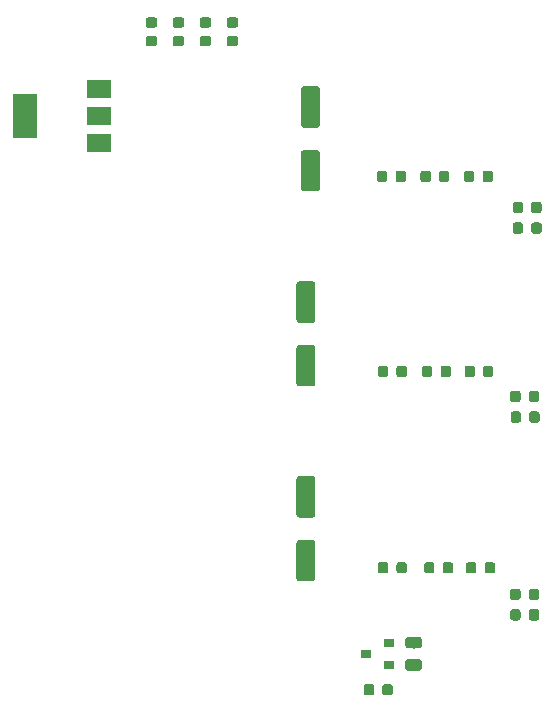
<source format=gtp>
G04 #@! TF.GenerationSoftware,KiCad,Pcbnew,(5.0.2)-1*
G04 #@! TF.CreationDate,2020-07-19T21:14:17-04:00*
G04 #@! TF.ProjectId,KiCad Schematic,4b694361-6420-4536-9368-656d61746963,rev?*
G04 #@! TF.SameCoordinates,Original*
G04 #@! TF.FileFunction,Paste,Top*
G04 #@! TF.FilePolarity,Positive*
%FSLAX46Y46*%
G04 Gerber Fmt 4.6, Leading zero omitted, Abs format (unit mm)*
G04 Created by KiCad (PCBNEW (5.0.2)-1) date 7/19/2020 9:14:17 PM*
%MOMM*%
%LPD*%
G01*
G04 APERTURE LIST*
%ADD10R,2.000000X3.800000*%
%ADD11R,2.000000X1.500000*%
%ADD12C,0.100000*%
%ADD13C,0.875000*%
%ADD14C,1.600000*%
%ADD15R,0.900000X0.800000*%
%ADD16C,0.975000*%
G04 APERTURE END LIST*
D10*
G04 #@! TO.C,U2*
X21814000Y-82636000D03*
D11*
X28114000Y-82636000D03*
X28114000Y-80336000D03*
X28114000Y-84936000D03*
G04 #@! TD*
D12*
G04 #@! TO.C,D2*
G36*
X35075691Y-74292553D02*
X35096926Y-74295703D01*
X35117750Y-74300919D01*
X35137962Y-74308151D01*
X35157368Y-74317330D01*
X35175781Y-74328366D01*
X35193024Y-74341154D01*
X35208930Y-74355570D01*
X35223346Y-74371476D01*
X35236134Y-74388719D01*
X35247170Y-74407132D01*
X35256349Y-74426538D01*
X35263581Y-74446750D01*
X35268797Y-74467574D01*
X35271947Y-74488809D01*
X35273000Y-74510250D01*
X35273000Y-74947750D01*
X35271947Y-74969191D01*
X35268797Y-74990426D01*
X35263581Y-75011250D01*
X35256349Y-75031462D01*
X35247170Y-75050868D01*
X35236134Y-75069281D01*
X35223346Y-75086524D01*
X35208930Y-75102430D01*
X35193024Y-75116846D01*
X35175781Y-75129634D01*
X35157368Y-75140670D01*
X35137962Y-75149849D01*
X35117750Y-75157081D01*
X35096926Y-75162297D01*
X35075691Y-75165447D01*
X35054250Y-75166500D01*
X34541750Y-75166500D01*
X34520309Y-75165447D01*
X34499074Y-75162297D01*
X34478250Y-75157081D01*
X34458038Y-75149849D01*
X34438632Y-75140670D01*
X34420219Y-75129634D01*
X34402976Y-75116846D01*
X34387070Y-75102430D01*
X34372654Y-75086524D01*
X34359866Y-75069281D01*
X34348830Y-75050868D01*
X34339651Y-75031462D01*
X34332419Y-75011250D01*
X34327203Y-74990426D01*
X34324053Y-74969191D01*
X34323000Y-74947750D01*
X34323000Y-74510250D01*
X34324053Y-74488809D01*
X34327203Y-74467574D01*
X34332419Y-74446750D01*
X34339651Y-74426538D01*
X34348830Y-74407132D01*
X34359866Y-74388719D01*
X34372654Y-74371476D01*
X34387070Y-74355570D01*
X34402976Y-74341154D01*
X34420219Y-74328366D01*
X34438632Y-74317330D01*
X34458038Y-74308151D01*
X34478250Y-74300919D01*
X34499074Y-74295703D01*
X34520309Y-74292553D01*
X34541750Y-74291500D01*
X35054250Y-74291500D01*
X35075691Y-74292553D01*
X35075691Y-74292553D01*
G37*
D13*
X34798000Y-74729000D03*
D12*
G36*
X35075691Y-75867553D02*
X35096926Y-75870703D01*
X35117750Y-75875919D01*
X35137962Y-75883151D01*
X35157368Y-75892330D01*
X35175781Y-75903366D01*
X35193024Y-75916154D01*
X35208930Y-75930570D01*
X35223346Y-75946476D01*
X35236134Y-75963719D01*
X35247170Y-75982132D01*
X35256349Y-76001538D01*
X35263581Y-76021750D01*
X35268797Y-76042574D01*
X35271947Y-76063809D01*
X35273000Y-76085250D01*
X35273000Y-76522750D01*
X35271947Y-76544191D01*
X35268797Y-76565426D01*
X35263581Y-76586250D01*
X35256349Y-76606462D01*
X35247170Y-76625868D01*
X35236134Y-76644281D01*
X35223346Y-76661524D01*
X35208930Y-76677430D01*
X35193024Y-76691846D01*
X35175781Y-76704634D01*
X35157368Y-76715670D01*
X35137962Y-76724849D01*
X35117750Y-76732081D01*
X35096926Y-76737297D01*
X35075691Y-76740447D01*
X35054250Y-76741500D01*
X34541750Y-76741500D01*
X34520309Y-76740447D01*
X34499074Y-76737297D01*
X34478250Y-76732081D01*
X34458038Y-76724849D01*
X34438632Y-76715670D01*
X34420219Y-76704634D01*
X34402976Y-76691846D01*
X34387070Y-76677430D01*
X34372654Y-76661524D01*
X34359866Y-76644281D01*
X34348830Y-76625868D01*
X34339651Y-76606462D01*
X34332419Y-76586250D01*
X34327203Y-76565426D01*
X34324053Y-76544191D01*
X34323000Y-76522750D01*
X34323000Y-76085250D01*
X34324053Y-76063809D01*
X34327203Y-76042574D01*
X34332419Y-76021750D01*
X34339651Y-76001538D01*
X34348830Y-75982132D01*
X34359866Y-75963719D01*
X34372654Y-75946476D01*
X34387070Y-75930570D01*
X34402976Y-75916154D01*
X34420219Y-75903366D01*
X34438632Y-75892330D01*
X34458038Y-75883151D01*
X34478250Y-75875919D01*
X34499074Y-75870703D01*
X34520309Y-75867553D01*
X34541750Y-75866500D01*
X35054250Y-75866500D01*
X35075691Y-75867553D01*
X35075691Y-75867553D01*
G37*
D13*
X34798000Y-76304000D03*
G04 #@! TD*
D12*
G04 #@! TO.C,D1*
G36*
X37361691Y-75867553D02*
X37382926Y-75870703D01*
X37403750Y-75875919D01*
X37423962Y-75883151D01*
X37443368Y-75892330D01*
X37461781Y-75903366D01*
X37479024Y-75916154D01*
X37494930Y-75930570D01*
X37509346Y-75946476D01*
X37522134Y-75963719D01*
X37533170Y-75982132D01*
X37542349Y-76001538D01*
X37549581Y-76021750D01*
X37554797Y-76042574D01*
X37557947Y-76063809D01*
X37559000Y-76085250D01*
X37559000Y-76522750D01*
X37557947Y-76544191D01*
X37554797Y-76565426D01*
X37549581Y-76586250D01*
X37542349Y-76606462D01*
X37533170Y-76625868D01*
X37522134Y-76644281D01*
X37509346Y-76661524D01*
X37494930Y-76677430D01*
X37479024Y-76691846D01*
X37461781Y-76704634D01*
X37443368Y-76715670D01*
X37423962Y-76724849D01*
X37403750Y-76732081D01*
X37382926Y-76737297D01*
X37361691Y-76740447D01*
X37340250Y-76741500D01*
X36827750Y-76741500D01*
X36806309Y-76740447D01*
X36785074Y-76737297D01*
X36764250Y-76732081D01*
X36744038Y-76724849D01*
X36724632Y-76715670D01*
X36706219Y-76704634D01*
X36688976Y-76691846D01*
X36673070Y-76677430D01*
X36658654Y-76661524D01*
X36645866Y-76644281D01*
X36634830Y-76625868D01*
X36625651Y-76606462D01*
X36618419Y-76586250D01*
X36613203Y-76565426D01*
X36610053Y-76544191D01*
X36609000Y-76522750D01*
X36609000Y-76085250D01*
X36610053Y-76063809D01*
X36613203Y-76042574D01*
X36618419Y-76021750D01*
X36625651Y-76001538D01*
X36634830Y-75982132D01*
X36645866Y-75963719D01*
X36658654Y-75946476D01*
X36673070Y-75930570D01*
X36688976Y-75916154D01*
X36706219Y-75903366D01*
X36724632Y-75892330D01*
X36744038Y-75883151D01*
X36764250Y-75875919D01*
X36785074Y-75870703D01*
X36806309Y-75867553D01*
X36827750Y-75866500D01*
X37340250Y-75866500D01*
X37361691Y-75867553D01*
X37361691Y-75867553D01*
G37*
D13*
X37084000Y-76304000D03*
D12*
G36*
X37361691Y-74292553D02*
X37382926Y-74295703D01*
X37403750Y-74300919D01*
X37423962Y-74308151D01*
X37443368Y-74317330D01*
X37461781Y-74328366D01*
X37479024Y-74341154D01*
X37494930Y-74355570D01*
X37509346Y-74371476D01*
X37522134Y-74388719D01*
X37533170Y-74407132D01*
X37542349Y-74426538D01*
X37549581Y-74446750D01*
X37554797Y-74467574D01*
X37557947Y-74488809D01*
X37559000Y-74510250D01*
X37559000Y-74947750D01*
X37557947Y-74969191D01*
X37554797Y-74990426D01*
X37549581Y-75011250D01*
X37542349Y-75031462D01*
X37533170Y-75050868D01*
X37522134Y-75069281D01*
X37509346Y-75086524D01*
X37494930Y-75102430D01*
X37479024Y-75116846D01*
X37461781Y-75129634D01*
X37443368Y-75140670D01*
X37423962Y-75149849D01*
X37403750Y-75157081D01*
X37382926Y-75162297D01*
X37361691Y-75165447D01*
X37340250Y-75166500D01*
X36827750Y-75166500D01*
X36806309Y-75165447D01*
X36785074Y-75162297D01*
X36764250Y-75157081D01*
X36744038Y-75149849D01*
X36724632Y-75140670D01*
X36706219Y-75129634D01*
X36688976Y-75116846D01*
X36673070Y-75102430D01*
X36658654Y-75086524D01*
X36645866Y-75069281D01*
X36634830Y-75050868D01*
X36625651Y-75031462D01*
X36618419Y-75011250D01*
X36613203Y-74990426D01*
X36610053Y-74969191D01*
X36609000Y-74947750D01*
X36609000Y-74510250D01*
X36610053Y-74488809D01*
X36613203Y-74467574D01*
X36618419Y-74446750D01*
X36625651Y-74426538D01*
X36634830Y-74407132D01*
X36645866Y-74388719D01*
X36658654Y-74371476D01*
X36673070Y-74355570D01*
X36688976Y-74341154D01*
X36706219Y-74328366D01*
X36724632Y-74317330D01*
X36744038Y-74308151D01*
X36764250Y-74300919D01*
X36785074Y-74295703D01*
X36806309Y-74292553D01*
X36827750Y-74291500D01*
X37340250Y-74291500D01*
X37361691Y-74292553D01*
X37361691Y-74292553D01*
G37*
D13*
X37084000Y-74729000D03*
G04 #@! TD*
D12*
G04 #@! TO.C,R18*
G36*
X32789691Y-75867553D02*
X32810926Y-75870703D01*
X32831750Y-75875919D01*
X32851962Y-75883151D01*
X32871368Y-75892330D01*
X32889781Y-75903366D01*
X32907024Y-75916154D01*
X32922930Y-75930570D01*
X32937346Y-75946476D01*
X32950134Y-75963719D01*
X32961170Y-75982132D01*
X32970349Y-76001538D01*
X32977581Y-76021750D01*
X32982797Y-76042574D01*
X32985947Y-76063809D01*
X32987000Y-76085250D01*
X32987000Y-76522750D01*
X32985947Y-76544191D01*
X32982797Y-76565426D01*
X32977581Y-76586250D01*
X32970349Y-76606462D01*
X32961170Y-76625868D01*
X32950134Y-76644281D01*
X32937346Y-76661524D01*
X32922930Y-76677430D01*
X32907024Y-76691846D01*
X32889781Y-76704634D01*
X32871368Y-76715670D01*
X32851962Y-76724849D01*
X32831750Y-76732081D01*
X32810926Y-76737297D01*
X32789691Y-76740447D01*
X32768250Y-76741500D01*
X32255750Y-76741500D01*
X32234309Y-76740447D01*
X32213074Y-76737297D01*
X32192250Y-76732081D01*
X32172038Y-76724849D01*
X32152632Y-76715670D01*
X32134219Y-76704634D01*
X32116976Y-76691846D01*
X32101070Y-76677430D01*
X32086654Y-76661524D01*
X32073866Y-76644281D01*
X32062830Y-76625868D01*
X32053651Y-76606462D01*
X32046419Y-76586250D01*
X32041203Y-76565426D01*
X32038053Y-76544191D01*
X32037000Y-76522750D01*
X32037000Y-76085250D01*
X32038053Y-76063809D01*
X32041203Y-76042574D01*
X32046419Y-76021750D01*
X32053651Y-76001538D01*
X32062830Y-75982132D01*
X32073866Y-75963719D01*
X32086654Y-75946476D01*
X32101070Y-75930570D01*
X32116976Y-75916154D01*
X32134219Y-75903366D01*
X32152632Y-75892330D01*
X32172038Y-75883151D01*
X32192250Y-75875919D01*
X32213074Y-75870703D01*
X32234309Y-75867553D01*
X32255750Y-75866500D01*
X32768250Y-75866500D01*
X32789691Y-75867553D01*
X32789691Y-75867553D01*
G37*
D13*
X32512000Y-76304000D03*
D12*
G36*
X32789691Y-74292553D02*
X32810926Y-74295703D01*
X32831750Y-74300919D01*
X32851962Y-74308151D01*
X32871368Y-74317330D01*
X32889781Y-74328366D01*
X32907024Y-74341154D01*
X32922930Y-74355570D01*
X32937346Y-74371476D01*
X32950134Y-74388719D01*
X32961170Y-74407132D01*
X32970349Y-74426538D01*
X32977581Y-74446750D01*
X32982797Y-74467574D01*
X32985947Y-74488809D01*
X32987000Y-74510250D01*
X32987000Y-74947750D01*
X32985947Y-74969191D01*
X32982797Y-74990426D01*
X32977581Y-75011250D01*
X32970349Y-75031462D01*
X32961170Y-75050868D01*
X32950134Y-75069281D01*
X32937346Y-75086524D01*
X32922930Y-75102430D01*
X32907024Y-75116846D01*
X32889781Y-75129634D01*
X32871368Y-75140670D01*
X32851962Y-75149849D01*
X32831750Y-75157081D01*
X32810926Y-75162297D01*
X32789691Y-75165447D01*
X32768250Y-75166500D01*
X32255750Y-75166500D01*
X32234309Y-75165447D01*
X32213074Y-75162297D01*
X32192250Y-75157081D01*
X32172038Y-75149849D01*
X32152632Y-75140670D01*
X32134219Y-75129634D01*
X32116976Y-75116846D01*
X32101070Y-75102430D01*
X32086654Y-75086524D01*
X32073866Y-75069281D01*
X32062830Y-75050868D01*
X32053651Y-75031462D01*
X32046419Y-75011250D01*
X32041203Y-74990426D01*
X32038053Y-74969191D01*
X32037000Y-74947750D01*
X32037000Y-74510250D01*
X32038053Y-74488809D01*
X32041203Y-74467574D01*
X32046419Y-74446750D01*
X32053651Y-74426538D01*
X32062830Y-74407132D01*
X32073866Y-74388719D01*
X32086654Y-74371476D01*
X32101070Y-74355570D01*
X32116976Y-74341154D01*
X32134219Y-74328366D01*
X32152632Y-74317330D01*
X32172038Y-74308151D01*
X32192250Y-74300919D01*
X32213074Y-74295703D01*
X32234309Y-74292553D01*
X32255750Y-74291500D01*
X32768250Y-74291500D01*
X32789691Y-74292553D01*
X32789691Y-74292553D01*
G37*
D13*
X32512000Y-74729000D03*
G04 #@! TD*
D12*
G04 #@! TO.C,R17*
G36*
X39647691Y-74292553D02*
X39668926Y-74295703D01*
X39689750Y-74300919D01*
X39709962Y-74308151D01*
X39729368Y-74317330D01*
X39747781Y-74328366D01*
X39765024Y-74341154D01*
X39780930Y-74355570D01*
X39795346Y-74371476D01*
X39808134Y-74388719D01*
X39819170Y-74407132D01*
X39828349Y-74426538D01*
X39835581Y-74446750D01*
X39840797Y-74467574D01*
X39843947Y-74488809D01*
X39845000Y-74510250D01*
X39845000Y-74947750D01*
X39843947Y-74969191D01*
X39840797Y-74990426D01*
X39835581Y-75011250D01*
X39828349Y-75031462D01*
X39819170Y-75050868D01*
X39808134Y-75069281D01*
X39795346Y-75086524D01*
X39780930Y-75102430D01*
X39765024Y-75116846D01*
X39747781Y-75129634D01*
X39729368Y-75140670D01*
X39709962Y-75149849D01*
X39689750Y-75157081D01*
X39668926Y-75162297D01*
X39647691Y-75165447D01*
X39626250Y-75166500D01*
X39113750Y-75166500D01*
X39092309Y-75165447D01*
X39071074Y-75162297D01*
X39050250Y-75157081D01*
X39030038Y-75149849D01*
X39010632Y-75140670D01*
X38992219Y-75129634D01*
X38974976Y-75116846D01*
X38959070Y-75102430D01*
X38944654Y-75086524D01*
X38931866Y-75069281D01*
X38920830Y-75050868D01*
X38911651Y-75031462D01*
X38904419Y-75011250D01*
X38899203Y-74990426D01*
X38896053Y-74969191D01*
X38895000Y-74947750D01*
X38895000Y-74510250D01*
X38896053Y-74488809D01*
X38899203Y-74467574D01*
X38904419Y-74446750D01*
X38911651Y-74426538D01*
X38920830Y-74407132D01*
X38931866Y-74388719D01*
X38944654Y-74371476D01*
X38959070Y-74355570D01*
X38974976Y-74341154D01*
X38992219Y-74328366D01*
X39010632Y-74317330D01*
X39030038Y-74308151D01*
X39050250Y-74300919D01*
X39071074Y-74295703D01*
X39092309Y-74292553D01*
X39113750Y-74291500D01*
X39626250Y-74291500D01*
X39647691Y-74292553D01*
X39647691Y-74292553D01*
G37*
D13*
X39370000Y-74729000D03*
D12*
G36*
X39647691Y-75867553D02*
X39668926Y-75870703D01*
X39689750Y-75875919D01*
X39709962Y-75883151D01*
X39729368Y-75892330D01*
X39747781Y-75903366D01*
X39765024Y-75916154D01*
X39780930Y-75930570D01*
X39795346Y-75946476D01*
X39808134Y-75963719D01*
X39819170Y-75982132D01*
X39828349Y-76001538D01*
X39835581Y-76021750D01*
X39840797Y-76042574D01*
X39843947Y-76063809D01*
X39845000Y-76085250D01*
X39845000Y-76522750D01*
X39843947Y-76544191D01*
X39840797Y-76565426D01*
X39835581Y-76586250D01*
X39828349Y-76606462D01*
X39819170Y-76625868D01*
X39808134Y-76644281D01*
X39795346Y-76661524D01*
X39780930Y-76677430D01*
X39765024Y-76691846D01*
X39747781Y-76704634D01*
X39729368Y-76715670D01*
X39709962Y-76724849D01*
X39689750Y-76732081D01*
X39668926Y-76737297D01*
X39647691Y-76740447D01*
X39626250Y-76741500D01*
X39113750Y-76741500D01*
X39092309Y-76740447D01*
X39071074Y-76737297D01*
X39050250Y-76732081D01*
X39030038Y-76724849D01*
X39010632Y-76715670D01*
X38992219Y-76704634D01*
X38974976Y-76691846D01*
X38959070Y-76677430D01*
X38944654Y-76661524D01*
X38931866Y-76644281D01*
X38920830Y-76625868D01*
X38911651Y-76606462D01*
X38904419Y-76586250D01*
X38899203Y-76565426D01*
X38896053Y-76544191D01*
X38895000Y-76522750D01*
X38895000Y-76085250D01*
X38896053Y-76063809D01*
X38899203Y-76042574D01*
X38904419Y-76021750D01*
X38911651Y-76001538D01*
X38920830Y-75982132D01*
X38931866Y-75963719D01*
X38944654Y-75946476D01*
X38959070Y-75930570D01*
X38974976Y-75916154D01*
X38992219Y-75903366D01*
X39010632Y-75892330D01*
X39030038Y-75883151D01*
X39050250Y-75875919D01*
X39071074Y-75870703D01*
X39092309Y-75867553D01*
X39113750Y-75866500D01*
X39626250Y-75866500D01*
X39647691Y-75867553D01*
X39647691Y-75867553D01*
G37*
D13*
X39370000Y-76304000D03*
G04 #@! TD*
D12*
G04 #@! TO.C,R16*
G36*
X65141691Y-122662053D02*
X65162926Y-122665203D01*
X65183750Y-122670419D01*
X65203962Y-122677651D01*
X65223368Y-122686830D01*
X65241781Y-122697866D01*
X65259024Y-122710654D01*
X65274930Y-122725070D01*
X65289346Y-122740976D01*
X65302134Y-122758219D01*
X65313170Y-122776632D01*
X65322349Y-122796038D01*
X65329581Y-122816250D01*
X65334797Y-122837074D01*
X65337947Y-122858309D01*
X65339000Y-122879750D01*
X65339000Y-123392250D01*
X65337947Y-123413691D01*
X65334797Y-123434926D01*
X65329581Y-123455750D01*
X65322349Y-123475962D01*
X65313170Y-123495368D01*
X65302134Y-123513781D01*
X65289346Y-123531024D01*
X65274930Y-123546930D01*
X65259024Y-123561346D01*
X65241781Y-123574134D01*
X65223368Y-123585170D01*
X65203962Y-123594349D01*
X65183750Y-123601581D01*
X65162926Y-123606797D01*
X65141691Y-123609947D01*
X65120250Y-123611000D01*
X64682750Y-123611000D01*
X64661309Y-123609947D01*
X64640074Y-123606797D01*
X64619250Y-123601581D01*
X64599038Y-123594349D01*
X64579632Y-123585170D01*
X64561219Y-123574134D01*
X64543976Y-123561346D01*
X64528070Y-123546930D01*
X64513654Y-123531024D01*
X64500866Y-123513781D01*
X64489830Y-123495368D01*
X64480651Y-123475962D01*
X64473419Y-123455750D01*
X64468203Y-123434926D01*
X64465053Y-123413691D01*
X64464000Y-123392250D01*
X64464000Y-122879750D01*
X64465053Y-122858309D01*
X64468203Y-122837074D01*
X64473419Y-122816250D01*
X64480651Y-122796038D01*
X64489830Y-122776632D01*
X64500866Y-122758219D01*
X64513654Y-122740976D01*
X64528070Y-122725070D01*
X64543976Y-122710654D01*
X64561219Y-122697866D01*
X64579632Y-122686830D01*
X64599038Y-122677651D01*
X64619250Y-122670419D01*
X64640074Y-122665203D01*
X64661309Y-122662053D01*
X64682750Y-122661000D01*
X65120250Y-122661000D01*
X65141691Y-122662053D01*
X65141691Y-122662053D01*
G37*
D13*
X64901500Y-123136000D03*
D12*
G36*
X63566691Y-122662053D02*
X63587926Y-122665203D01*
X63608750Y-122670419D01*
X63628962Y-122677651D01*
X63648368Y-122686830D01*
X63666781Y-122697866D01*
X63684024Y-122710654D01*
X63699930Y-122725070D01*
X63714346Y-122740976D01*
X63727134Y-122758219D01*
X63738170Y-122776632D01*
X63747349Y-122796038D01*
X63754581Y-122816250D01*
X63759797Y-122837074D01*
X63762947Y-122858309D01*
X63764000Y-122879750D01*
X63764000Y-123392250D01*
X63762947Y-123413691D01*
X63759797Y-123434926D01*
X63754581Y-123455750D01*
X63747349Y-123475962D01*
X63738170Y-123495368D01*
X63727134Y-123513781D01*
X63714346Y-123531024D01*
X63699930Y-123546930D01*
X63684024Y-123561346D01*
X63666781Y-123574134D01*
X63648368Y-123585170D01*
X63628962Y-123594349D01*
X63608750Y-123601581D01*
X63587926Y-123606797D01*
X63566691Y-123609947D01*
X63545250Y-123611000D01*
X63107750Y-123611000D01*
X63086309Y-123609947D01*
X63065074Y-123606797D01*
X63044250Y-123601581D01*
X63024038Y-123594349D01*
X63004632Y-123585170D01*
X62986219Y-123574134D01*
X62968976Y-123561346D01*
X62953070Y-123546930D01*
X62938654Y-123531024D01*
X62925866Y-123513781D01*
X62914830Y-123495368D01*
X62905651Y-123475962D01*
X62898419Y-123455750D01*
X62893203Y-123434926D01*
X62890053Y-123413691D01*
X62889000Y-123392250D01*
X62889000Y-122879750D01*
X62890053Y-122858309D01*
X62893203Y-122837074D01*
X62898419Y-122816250D01*
X62905651Y-122796038D01*
X62914830Y-122776632D01*
X62925866Y-122758219D01*
X62938654Y-122740976D01*
X62953070Y-122725070D01*
X62968976Y-122710654D01*
X62986219Y-122697866D01*
X63004632Y-122686830D01*
X63024038Y-122677651D01*
X63044250Y-122670419D01*
X63065074Y-122665203D01*
X63086309Y-122662053D01*
X63107750Y-122661000D01*
X63545250Y-122661000D01*
X63566691Y-122662053D01*
X63566691Y-122662053D01*
G37*
D13*
X63326500Y-123136000D03*
G04 #@! TD*
D12*
G04 #@! TO.C,R15*
G36*
X63779191Y-89912053D02*
X63800426Y-89915203D01*
X63821250Y-89920419D01*
X63841462Y-89927651D01*
X63860868Y-89936830D01*
X63879281Y-89947866D01*
X63896524Y-89960654D01*
X63912430Y-89975070D01*
X63926846Y-89990976D01*
X63939634Y-90008219D01*
X63950670Y-90026632D01*
X63959849Y-90046038D01*
X63967081Y-90066250D01*
X63972297Y-90087074D01*
X63975447Y-90108309D01*
X63976500Y-90129750D01*
X63976500Y-90642250D01*
X63975447Y-90663691D01*
X63972297Y-90684926D01*
X63967081Y-90705750D01*
X63959849Y-90725962D01*
X63950670Y-90745368D01*
X63939634Y-90763781D01*
X63926846Y-90781024D01*
X63912430Y-90796930D01*
X63896524Y-90811346D01*
X63879281Y-90824134D01*
X63860868Y-90835170D01*
X63841462Y-90844349D01*
X63821250Y-90851581D01*
X63800426Y-90856797D01*
X63779191Y-90859947D01*
X63757750Y-90861000D01*
X63320250Y-90861000D01*
X63298809Y-90859947D01*
X63277574Y-90856797D01*
X63256750Y-90851581D01*
X63236538Y-90844349D01*
X63217132Y-90835170D01*
X63198719Y-90824134D01*
X63181476Y-90811346D01*
X63165570Y-90796930D01*
X63151154Y-90781024D01*
X63138366Y-90763781D01*
X63127330Y-90745368D01*
X63118151Y-90725962D01*
X63110919Y-90705750D01*
X63105703Y-90684926D01*
X63102553Y-90663691D01*
X63101500Y-90642250D01*
X63101500Y-90129750D01*
X63102553Y-90108309D01*
X63105703Y-90087074D01*
X63110919Y-90066250D01*
X63118151Y-90046038D01*
X63127330Y-90026632D01*
X63138366Y-90008219D01*
X63151154Y-89990976D01*
X63165570Y-89975070D01*
X63181476Y-89960654D01*
X63198719Y-89947866D01*
X63217132Y-89936830D01*
X63236538Y-89927651D01*
X63256750Y-89920419D01*
X63277574Y-89915203D01*
X63298809Y-89912053D01*
X63320250Y-89911000D01*
X63757750Y-89911000D01*
X63779191Y-89912053D01*
X63779191Y-89912053D01*
G37*
D13*
X63539000Y-90386000D03*
D12*
G36*
X65354191Y-89912053D02*
X65375426Y-89915203D01*
X65396250Y-89920419D01*
X65416462Y-89927651D01*
X65435868Y-89936830D01*
X65454281Y-89947866D01*
X65471524Y-89960654D01*
X65487430Y-89975070D01*
X65501846Y-89990976D01*
X65514634Y-90008219D01*
X65525670Y-90026632D01*
X65534849Y-90046038D01*
X65542081Y-90066250D01*
X65547297Y-90087074D01*
X65550447Y-90108309D01*
X65551500Y-90129750D01*
X65551500Y-90642250D01*
X65550447Y-90663691D01*
X65547297Y-90684926D01*
X65542081Y-90705750D01*
X65534849Y-90725962D01*
X65525670Y-90745368D01*
X65514634Y-90763781D01*
X65501846Y-90781024D01*
X65487430Y-90796930D01*
X65471524Y-90811346D01*
X65454281Y-90824134D01*
X65435868Y-90835170D01*
X65416462Y-90844349D01*
X65396250Y-90851581D01*
X65375426Y-90856797D01*
X65354191Y-90859947D01*
X65332750Y-90861000D01*
X64895250Y-90861000D01*
X64873809Y-90859947D01*
X64852574Y-90856797D01*
X64831750Y-90851581D01*
X64811538Y-90844349D01*
X64792132Y-90835170D01*
X64773719Y-90824134D01*
X64756476Y-90811346D01*
X64740570Y-90796930D01*
X64726154Y-90781024D01*
X64713366Y-90763781D01*
X64702330Y-90745368D01*
X64693151Y-90725962D01*
X64685919Y-90705750D01*
X64680703Y-90684926D01*
X64677553Y-90663691D01*
X64676500Y-90642250D01*
X64676500Y-90129750D01*
X64677553Y-90108309D01*
X64680703Y-90087074D01*
X64685919Y-90066250D01*
X64693151Y-90046038D01*
X64702330Y-90026632D01*
X64713366Y-90008219D01*
X64726154Y-89990976D01*
X64740570Y-89975070D01*
X64756476Y-89960654D01*
X64773719Y-89947866D01*
X64792132Y-89936830D01*
X64811538Y-89927651D01*
X64831750Y-89920419D01*
X64852574Y-89915203D01*
X64873809Y-89912053D01*
X64895250Y-89911000D01*
X65332750Y-89911000D01*
X65354191Y-89912053D01*
X65354191Y-89912053D01*
G37*
D13*
X65114000Y-90386000D03*
G04 #@! TD*
D12*
G04 #@! TO.C,R14*
G36*
X65179191Y-107662053D02*
X65200426Y-107665203D01*
X65221250Y-107670419D01*
X65241462Y-107677651D01*
X65260868Y-107686830D01*
X65279281Y-107697866D01*
X65296524Y-107710654D01*
X65312430Y-107725070D01*
X65326846Y-107740976D01*
X65339634Y-107758219D01*
X65350670Y-107776632D01*
X65359849Y-107796038D01*
X65367081Y-107816250D01*
X65372297Y-107837074D01*
X65375447Y-107858309D01*
X65376500Y-107879750D01*
X65376500Y-108392250D01*
X65375447Y-108413691D01*
X65372297Y-108434926D01*
X65367081Y-108455750D01*
X65359849Y-108475962D01*
X65350670Y-108495368D01*
X65339634Y-108513781D01*
X65326846Y-108531024D01*
X65312430Y-108546930D01*
X65296524Y-108561346D01*
X65279281Y-108574134D01*
X65260868Y-108585170D01*
X65241462Y-108594349D01*
X65221250Y-108601581D01*
X65200426Y-108606797D01*
X65179191Y-108609947D01*
X65157750Y-108611000D01*
X64720250Y-108611000D01*
X64698809Y-108609947D01*
X64677574Y-108606797D01*
X64656750Y-108601581D01*
X64636538Y-108594349D01*
X64617132Y-108585170D01*
X64598719Y-108574134D01*
X64581476Y-108561346D01*
X64565570Y-108546930D01*
X64551154Y-108531024D01*
X64538366Y-108513781D01*
X64527330Y-108495368D01*
X64518151Y-108475962D01*
X64510919Y-108455750D01*
X64505703Y-108434926D01*
X64502553Y-108413691D01*
X64501500Y-108392250D01*
X64501500Y-107879750D01*
X64502553Y-107858309D01*
X64505703Y-107837074D01*
X64510919Y-107816250D01*
X64518151Y-107796038D01*
X64527330Y-107776632D01*
X64538366Y-107758219D01*
X64551154Y-107740976D01*
X64565570Y-107725070D01*
X64581476Y-107710654D01*
X64598719Y-107697866D01*
X64617132Y-107686830D01*
X64636538Y-107677651D01*
X64656750Y-107670419D01*
X64677574Y-107665203D01*
X64698809Y-107662053D01*
X64720250Y-107661000D01*
X65157750Y-107661000D01*
X65179191Y-107662053D01*
X65179191Y-107662053D01*
G37*
D13*
X64939000Y-108136000D03*
D12*
G36*
X63604191Y-107662053D02*
X63625426Y-107665203D01*
X63646250Y-107670419D01*
X63666462Y-107677651D01*
X63685868Y-107686830D01*
X63704281Y-107697866D01*
X63721524Y-107710654D01*
X63737430Y-107725070D01*
X63751846Y-107740976D01*
X63764634Y-107758219D01*
X63775670Y-107776632D01*
X63784849Y-107796038D01*
X63792081Y-107816250D01*
X63797297Y-107837074D01*
X63800447Y-107858309D01*
X63801500Y-107879750D01*
X63801500Y-108392250D01*
X63800447Y-108413691D01*
X63797297Y-108434926D01*
X63792081Y-108455750D01*
X63784849Y-108475962D01*
X63775670Y-108495368D01*
X63764634Y-108513781D01*
X63751846Y-108531024D01*
X63737430Y-108546930D01*
X63721524Y-108561346D01*
X63704281Y-108574134D01*
X63685868Y-108585170D01*
X63666462Y-108594349D01*
X63646250Y-108601581D01*
X63625426Y-108606797D01*
X63604191Y-108609947D01*
X63582750Y-108611000D01*
X63145250Y-108611000D01*
X63123809Y-108609947D01*
X63102574Y-108606797D01*
X63081750Y-108601581D01*
X63061538Y-108594349D01*
X63042132Y-108585170D01*
X63023719Y-108574134D01*
X63006476Y-108561346D01*
X62990570Y-108546930D01*
X62976154Y-108531024D01*
X62963366Y-108513781D01*
X62952330Y-108495368D01*
X62943151Y-108475962D01*
X62935919Y-108455750D01*
X62930703Y-108434926D01*
X62927553Y-108413691D01*
X62926500Y-108392250D01*
X62926500Y-107879750D01*
X62927553Y-107858309D01*
X62930703Y-107837074D01*
X62935919Y-107816250D01*
X62943151Y-107796038D01*
X62952330Y-107776632D01*
X62963366Y-107758219D01*
X62976154Y-107740976D01*
X62990570Y-107725070D01*
X63006476Y-107710654D01*
X63023719Y-107697866D01*
X63042132Y-107686830D01*
X63061538Y-107677651D01*
X63081750Y-107670419D01*
X63102574Y-107665203D01*
X63123809Y-107662053D01*
X63145250Y-107661000D01*
X63582750Y-107661000D01*
X63604191Y-107662053D01*
X63604191Y-107662053D01*
G37*
D13*
X63364000Y-108136000D03*
G04 #@! TD*
D12*
G04 #@! TO.C,R13*
G36*
X63566691Y-124412053D02*
X63587926Y-124415203D01*
X63608750Y-124420419D01*
X63628962Y-124427651D01*
X63648368Y-124436830D01*
X63666781Y-124447866D01*
X63684024Y-124460654D01*
X63699930Y-124475070D01*
X63714346Y-124490976D01*
X63727134Y-124508219D01*
X63738170Y-124526632D01*
X63747349Y-124546038D01*
X63754581Y-124566250D01*
X63759797Y-124587074D01*
X63762947Y-124608309D01*
X63764000Y-124629750D01*
X63764000Y-125142250D01*
X63762947Y-125163691D01*
X63759797Y-125184926D01*
X63754581Y-125205750D01*
X63747349Y-125225962D01*
X63738170Y-125245368D01*
X63727134Y-125263781D01*
X63714346Y-125281024D01*
X63699930Y-125296930D01*
X63684024Y-125311346D01*
X63666781Y-125324134D01*
X63648368Y-125335170D01*
X63628962Y-125344349D01*
X63608750Y-125351581D01*
X63587926Y-125356797D01*
X63566691Y-125359947D01*
X63545250Y-125361000D01*
X63107750Y-125361000D01*
X63086309Y-125359947D01*
X63065074Y-125356797D01*
X63044250Y-125351581D01*
X63024038Y-125344349D01*
X63004632Y-125335170D01*
X62986219Y-125324134D01*
X62968976Y-125311346D01*
X62953070Y-125296930D01*
X62938654Y-125281024D01*
X62925866Y-125263781D01*
X62914830Y-125245368D01*
X62905651Y-125225962D01*
X62898419Y-125205750D01*
X62893203Y-125184926D01*
X62890053Y-125163691D01*
X62889000Y-125142250D01*
X62889000Y-124629750D01*
X62890053Y-124608309D01*
X62893203Y-124587074D01*
X62898419Y-124566250D01*
X62905651Y-124546038D01*
X62914830Y-124526632D01*
X62925866Y-124508219D01*
X62938654Y-124490976D01*
X62953070Y-124475070D01*
X62968976Y-124460654D01*
X62986219Y-124447866D01*
X63004632Y-124436830D01*
X63024038Y-124427651D01*
X63044250Y-124420419D01*
X63065074Y-124415203D01*
X63086309Y-124412053D01*
X63107750Y-124411000D01*
X63545250Y-124411000D01*
X63566691Y-124412053D01*
X63566691Y-124412053D01*
G37*
D13*
X63326500Y-124886000D03*
D12*
G36*
X65141691Y-124412053D02*
X65162926Y-124415203D01*
X65183750Y-124420419D01*
X65203962Y-124427651D01*
X65223368Y-124436830D01*
X65241781Y-124447866D01*
X65259024Y-124460654D01*
X65274930Y-124475070D01*
X65289346Y-124490976D01*
X65302134Y-124508219D01*
X65313170Y-124526632D01*
X65322349Y-124546038D01*
X65329581Y-124566250D01*
X65334797Y-124587074D01*
X65337947Y-124608309D01*
X65339000Y-124629750D01*
X65339000Y-125142250D01*
X65337947Y-125163691D01*
X65334797Y-125184926D01*
X65329581Y-125205750D01*
X65322349Y-125225962D01*
X65313170Y-125245368D01*
X65302134Y-125263781D01*
X65289346Y-125281024D01*
X65274930Y-125296930D01*
X65259024Y-125311346D01*
X65241781Y-125324134D01*
X65223368Y-125335170D01*
X65203962Y-125344349D01*
X65183750Y-125351581D01*
X65162926Y-125356797D01*
X65141691Y-125359947D01*
X65120250Y-125361000D01*
X64682750Y-125361000D01*
X64661309Y-125359947D01*
X64640074Y-125356797D01*
X64619250Y-125351581D01*
X64599038Y-125344349D01*
X64579632Y-125335170D01*
X64561219Y-125324134D01*
X64543976Y-125311346D01*
X64528070Y-125296930D01*
X64513654Y-125281024D01*
X64500866Y-125263781D01*
X64489830Y-125245368D01*
X64480651Y-125225962D01*
X64473419Y-125205750D01*
X64468203Y-125184926D01*
X64465053Y-125163691D01*
X64464000Y-125142250D01*
X64464000Y-124629750D01*
X64465053Y-124608309D01*
X64468203Y-124587074D01*
X64473419Y-124566250D01*
X64480651Y-124546038D01*
X64489830Y-124526632D01*
X64500866Y-124508219D01*
X64513654Y-124490976D01*
X64528070Y-124475070D01*
X64543976Y-124460654D01*
X64561219Y-124447866D01*
X64579632Y-124436830D01*
X64599038Y-124427651D01*
X64619250Y-124420419D01*
X64640074Y-124415203D01*
X64661309Y-124412053D01*
X64682750Y-124411000D01*
X65120250Y-124411000D01*
X65141691Y-124412053D01*
X65141691Y-124412053D01*
G37*
D13*
X64901500Y-124886000D03*
G04 #@! TD*
D12*
G04 #@! TO.C,R12*
G36*
X65354191Y-91662053D02*
X65375426Y-91665203D01*
X65396250Y-91670419D01*
X65416462Y-91677651D01*
X65435868Y-91686830D01*
X65454281Y-91697866D01*
X65471524Y-91710654D01*
X65487430Y-91725070D01*
X65501846Y-91740976D01*
X65514634Y-91758219D01*
X65525670Y-91776632D01*
X65534849Y-91796038D01*
X65542081Y-91816250D01*
X65547297Y-91837074D01*
X65550447Y-91858309D01*
X65551500Y-91879750D01*
X65551500Y-92392250D01*
X65550447Y-92413691D01*
X65547297Y-92434926D01*
X65542081Y-92455750D01*
X65534849Y-92475962D01*
X65525670Y-92495368D01*
X65514634Y-92513781D01*
X65501846Y-92531024D01*
X65487430Y-92546930D01*
X65471524Y-92561346D01*
X65454281Y-92574134D01*
X65435868Y-92585170D01*
X65416462Y-92594349D01*
X65396250Y-92601581D01*
X65375426Y-92606797D01*
X65354191Y-92609947D01*
X65332750Y-92611000D01*
X64895250Y-92611000D01*
X64873809Y-92609947D01*
X64852574Y-92606797D01*
X64831750Y-92601581D01*
X64811538Y-92594349D01*
X64792132Y-92585170D01*
X64773719Y-92574134D01*
X64756476Y-92561346D01*
X64740570Y-92546930D01*
X64726154Y-92531024D01*
X64713366Y-92513781D01*
X64702330Y-92495368D01*
X64693151Y-92475962D01*
X64685919Y-92455750D01*
X64680703Y-92434926D01*
X64677553Y-92413691D01*
X64676500Y-92392250D01*
X64676500Y-91879750D01*
X64677553Y-91858309D01*
X64680703Y-91837074D01*
X64685919Y-91816250D01*
X64693151Y-91796038D01*
X64702330Y-91776632D01*
X64713366Y-91758219D01*
X64726154Y-91740976D01*
X64740570Y-91725070D01*
X64756476Y-91710654D01*
X64773719Y-91697866D01*
X64792132Y-91686830D01*
X64811538Y-91677651D01*
X64831750Y-91670419D01*
X64852574Y-91665203D01*
X64873809Y-91662053D01*
X64895250Y-91661000D01*
X65332750Y-91661000D01*
X65354191Y-91662053D01*
X65354191Y-91662053D01*
G37*
D13*
X65114000Y-92136000D03*
D12*
G36*
X63779191Y-91662053D02*
X63800426Y-91665203D01*
X63821250Y-91670419D01*
X63841462Y-91677651D01*
X63860868Y-91686830D01*
X63879281Y-91697866D01*
X63896524Y-91710654D01*
X63912430Y-91725070D01*
X63926846Y-91740976D01*
X63939634Y-91758219D01*
X63950670Y-91776632D01*
X63959849Y-91796038D01*
X63967081Y-91816250D01*
X63972297Y-91837074D01*
X63975447Y-91858309D01*
X63976500Y-91879750D01*
X63976500Y-92392250D01*
X63975447Y-92413691D01*
X63972297Y-92434926D01*
X63967081Y-92455750D01*
X63959849Y-92475962D01*
X63950670Y-92495368D01*
X63939634Y-92513781D01*
X63926846Y-92531024D01*
X63912430Y-92546930D01*
X63896524Y-92561346D01*
X63879281Y-92574134D01*
X63860868Y-92585170D01*
X63841462Y-92594349D01*
X63821250Y-92601581D01*
X63800426Y-92606797D01*
X63779191Y-92609947D01*
X63757750Y-92611000D01*
X63320250Y-92611000D01*
X63298809Y-92609947D01*
X63277574Y-92606797D01*
X63256750Y-92601581D01*
X63236538Y-92594349D01*
X63217132Y-92585170D01*
X63198719Y-92574134D01*
X63181476Y-92561346D01*
X63165570Y-92546930D01*
X63151154Y-92531024D01*
X63138366Y-92513781D01*
X63127330Y-92495368D01*
X63118151Y-92475962D01*
X63110919Y-92455750D01*
X63105703Y-92434926D01*
X63102553Y-92413691D01*
X63101500Y-92392250D01*
X63101500Y-91879750D01*
X63102553Y-91858309D01*
X63105703Y-91837074D01*
X63110919Y-91816250D01*
X63118151Y-91796038D01*
X63127330Y-91776632D01*
X63138366Y-91758219D01*
X63151154Y-91740976D01*
X63165570Y-91725070D01*
X63181476Y-91710654D01*
X63198719Y-91697866D01*
X63217132Y-91686830D01*
X63236538Y-91677651D01*
X63256750Y-91670419D01*
X63277574Y-91665203D01*
X63298809Y-91662053D01*
X63320250Y-91661000D01*
X63757750Y-91661000D01*
X63779191Y-91662053D01*
X63779191Y-91662053D01*
G37*
D13*
X63539000Y-92136000D03*
G04 #@! TD*
D12*
G04 #@! TO.C,R10*
G36*
X51172479Y-130754942D02*
X51193714Y-130758092D01*
X51214538Y-130763308D01*
X51234750Y-130770540D01*
X51254156Y-130779719D01*
X51272569Y-130790755D01*
X51289812Y-130803543D01*
X51305718Y-130817959D01*
X51320134Y-130833865D01*
X51332922Y-130851108D01*
X51343958Y-130869521D01*
X51353137Y-130888927D01*
X51360369Y-130909139D01*
X51365585Y-130929963D01*
X51368735Y-130951198D01*
X51369788Y-130972639D01*
X51369788Y-131485139D01*
X51368735Y-131506580D01*
X51365585Y-131527815D01*
X51360369Y-131548639D01*
X51353137Y-131568851D01*
X51343958Y-131588257D01*
X51332922Y-131606670D01*
X51320134Y-131623913D01*
X51305718Y-131639819D01*
X51289812Y-131654235D01*
X51272569Y-131667023D01*
X51254156Y-131678059D01*
X51234750Y-131687238D01*
X51214538Y-131694470D01*
X51193714Y-131699686D01*
X51172479Y-131702836D01*
X51151038Y-131703889D01*
X50713538Y-131703889D01*
X50692097Y-131702836D01*
X50670862Y-131699686D01*
X50650038Y-131694470D01*
X50629826Y-131687238D01*
X50610420Y-131678059D01*
X50592007Y-131667023D01*
X50574764Y-131654235D01*
X50558858Y-131639819D01*
X50544442Y-131623913D01*
X50531654Y-131606670D01*
X50520618Y-131588257D01*
X50511439Y-131568851D01*
X50504207Y-131548639D01*
X50498991Y-131527815D01*
X50495841Y-131506580D01*
X50494788Y-131485139D01*
X50494788Y-130972639D01*
X50495841Y-130951198D01*
X50498991Y-130929963D01*
X50504207Y-130909139D01*
X50511439Y-130888927D01*
X50520618Y-130869521D01*
X50531654Y-130851108D01*
X50544442Y-130833865D01*
X50558858Y-130817959D01*
X50574764Y-130803543D01*
X50592007Y-130790755D01*
X50610420Y-130779719D01*
X50629826Y-130770540D01*
X50650038Y-130763308D01*
X50670862Y-130758092D01*
X50692097Y-130754942D01*
X50713538Y-130753889D01*
X51151038Y-130753889D01*
X51172479Y-130754942D01*
X51172479Y-130754942D01*
G37*
D13*
X50932288Y-131228889D03*
D12*
G36*
X52747479Y-130754942D02*
X52768714Y-130758092D01*
X52789538Y-130763308D01*
X52809750Y-130770540D01*
X52829156Y-130779719D01*
X52847569Y-130790755D01*
X52864812Y-130803543D01*
X52880718Y-130817959D01*
X52895134Y-130833865D01*
X52907922Y-130851108D01*
X52918958Y-130869521D01*
X52928137Y-130888927D01*
X52935369Y-130909139D01*
X52940585Y-130929963D01*
X52943735Y-130951198D01*
X52944788Y-130972639D01*
X52944788Y-131485139D01*
X52943735Y-131506580D01*
X52940585Y-131527815D01*
X52935369Y-131548639D01*
X52928137Y-131568851D01*
X52918958Y-131588257D01*
X52907922Y-131606670D01*
X52895134Y-131623913D01*
X52880718Y-131639819D01*
X52864812Y-131654235D01*
X52847569Y-131667023D01*
X52829156Y-131678059D01*
X52809750Y-131687238D01*
X52789538Y-131694470D01*
X52768714Y-131699686D01*
X52747479Y-131702836D01*
X52726038Y-131703889D01*
X52288538Y-131703889D01*
X52267097Y-131702836D01*
X52245862Y-131699686D01*
X52225038Y-131694470D01*
X52204826Y-131687238D01*
X52185420Y-131678059D01*
X52167007Y-131667023D01*
X52149764Y-131654235D01*
X52133858Y-131639819D01*
X52119442Y-131623913D01*
X52106654Y-131606670D01*
X52095618Y-131588257D01*
X52086439Y-131568851D01*
X52079207Y-131548639D01*
X52073991Y-131527815D01*
X52070841Y-131506580D01*
X52069788Y-131485139D01*
X52069788Y-130972639D01*
X52070841Y-130951198D01*
X52073991Y-130929963D01*
X52079207Y-130909139D01*
X52086439Y-130888927D01*
X52095618Y-130869521D01*
X52106654Y-130851108D01*
X52119442Y-130833865D01*
X52133858Y-130817959D01*
X52149764Y-130803543D01*
X52167007Y-130790755D01*
X52185420Y-130779719D01*
X52204826Y-130770540D01*
X52225038Y-130763308D01*
X52245862Y-130758092D01*
X52267097Y-130754942D01*
X52288538Y-130753889D01*
X52726038Y-130753889D01*
X52747479Y-130754942D01*
X52747479Y-130754942D01*
G37*
D13*
X52507288Y-131228889D03*
G04 #@! TD*
D12*
G04 #@! TO.C,R9*
G36*
X61401191Y-120430053D02*
X61422426Y-120433203D01*
X61443250Y-120438419D01*
X61463462Y-120445651D01*
X61482868Y-120454830D01*
X61501281Y-120465866D01*
X61518524Y-120478654D01*
X61534430Y-120493070D01*
X61548846Y-120508976D01*
X61561634Y-120526219D01*
X61572670Y-120544632D01*
X61581849Y-120564038D01*
X61589081Y-120584250D01*
X61594297Y-120605074D01*
X61597447Y-120626309D01*
X61598500Y-120647750D01*
X61598500Y-121160250D01*
X61597447Y-121181691D01*
X61594297Y-121202926D01*
X61589081Y-121223750D01*
X61581849Y-121243962D01*
X61572670Y-121263368D01*
X61561634Y-121281781D01*
X61548846Y-121299024D01*
X61534430Y-121314930D01*
X61518524Y-121329346D01*
X61501281Y-121342134D01*
X61482868Y-121353170D01*
X61463462Y-121362349D01*
X61443250Y-121369581D01*
X61422426Y-121374797D01*
X61401191Y-121377947D01*
X61379750Y-121379000D01*
X60942250Y-121379000D01*
X60920809Y-121377947D01*
X60899574Y-121374797D01*
X60878750Y-121369581D01*
X60858538Y-121362349D01*
X60839132Y-121353170D01*
X60820719Y-121342134D01*
X60803476Y-121329346D01*
X60787570Y-121314930D01*
X60773154Y-121299024D01*
X60760366Y-121281781D01*
X60749330Y-121263368D01*
X60740151Y-121243962D01*
X60732919Y-121223750D01*
X60727703Y-121202926D01*
X60724553Y-121181691D01*
X60723500Y-121160250D01*
X60723500Y-120647750D01*
X60724553Y-120626309D01*
X60727703Y-120605074D01*
X60732919Y-120584250D01*
X60740151Y-120564038D01*
X60749330Y-120544632D01*
X60760366Y-120526219D01*
X60773154Y-120508976D01*
X60787570Y-120493070D01*
X60803476Y-120478654D01*
X60820719Y-120465866D01*
X60839132Y-120454830D01*
X60858538Y-120445651D01*
X60878750Y-120438419D01*
X60899574Y-120433203D01*
X60920809Y-120430053D01*
X60942250Y-120429000D01*
X61379750Y-120429000D01*
X61401191Y-120430053D01*
X61401191Y-120430053D01*
G37*
D13*
X61161000Y-120904000D03*
D12*
G36*
X59826191Y-120430053D02*
X59847426Y-120433203D01*
X59868250Y-120438419D01*
X59888462Y-120445651D01*
X59907868Y-120454830D01*
X59926281Y-120465866D01*
X59943524Y-120478654D01*
X59959430Y-120493070D01*
X59973846Y-120508976D01*
X59986634Y-120526219D01*
X59997670Y-120544632D01*
X60006849Y-120564038D01*
X60014081Y-120584250D01*
X60019297Y-120605074D01*
X60022447Y-120626309D01*
X60023500Y-120647750D01*
X60023500Y-121160250D01*
X60022447Y-121181691D01*
X60019297Y-121202926D01*
X60014081Y-121223750D01*
X60006849Y-121243962D01*
X59997670Y-121263368D01*
X59986634Y-121281781D01*
X59973846Y-121299024D01*
X59959430Y-121314930D01*
X59943524Y-121329346D01*
X59926281Y-121342134D01*
X59907868Y-121353170D01*
X59888462Y-121362349D01*
X59868250Y-121369581D01*
X59847426Y-121374797D01*
X59826191Y-121377947D01*
X59804750Y-121379000D01*
X59367250Y-121379000D01*
X59345809Y-121377947D01*
X59324574Y-121374797D01*
X59303750Y-121369581D01*
X59283538Y-121362349D01*
X59264132Y-121353170D01*
X59245719Y-121342134D01*
X59228476Y-121329346D01*
X59212570Y-121314930D01*
X59198154Y-121299024D01*
X59185366Y-121281781D01*
X59174330Y-121263368D01*
X59165151Y-121243962D01*
X59157919Y-121223750D01*
X59152703Y-121202926D01*
X59149553Y-121181691D01*
X59148500Y-121160250D01*
X59148500Y-120647750D01*
X59149553Y-120626309D01*
X59152703Y-120605074D01*
X59157919Y-120584250D01*
X59165151Y-120564038D01*
X59174330Y-120544632D01*
X59185366Y-120526219D01*
X59198154Y-120508976D01*
X59212570Y-120493070D01*
X59228476Y-120478654D01*
X59245719Y-120465866D01*
X59264132Y-120454830D01*
X59283538Y-120445651D01*
X59303750Y-120438419D01*
X59324574Y-120433203D01*
X59345809Y-120430053D01*
X59367250Y-120429000D01*
X59804750Y-120429000D01*
X59826191Y-120430053D01*
X59826191Y-120430053D01*
G37*
D13*
X59586000Y-120904000D03*
G04 #@! TD*
D12*
G04 #@! TO.C,R8*
G36*
X57854191Y-120430053D02*
X57875426Y-120433203D01*
X57896250Y-120438419D01*
X57916462Y-120445651D01*
X57935868Y-120454830D01*
X57954281Y-120465866D01*
X57971524Y-120478654D01*
X57987430Y-120493070D01*
X58001846Y-120508976D01*
X58014634Y-120526219D01*
X58025670Y-120544632D01*
X58034849Y-120564038D01*
X58042081Y-120584250D01*
X58047297Y-120605074D01*
X58050447Y-120626309D01*
X58051500Y-120647750D01*
X58051500Y-121160250D01*
X58050447Y-121181691D01*
X58047297Y-121202926D01*
X58042081Y-121223750D01*
X58034849Y-121243962D01*
X58025670Y-121263368D01*
X58014634Y-121281781D01*
X58001846Y-121299024D01*
X57987430Y-121314930D01*
X57971524Y-121329346D01*
X57954281Y-121342134D01*
X57935868Y-121353170D01*
X57916462Y-121362349D01*
X57896250Y-121369581D01*
X57875426Y-121374797D01*
X57854191Y-121377947D01*
X57832750Y-121379000D01*
X57395250Y-121379000D01*
X57373809Y-121377947D01*
X57352574Y-121374797D01*
X57331750Y-121369581D01*
X57311538Y-121362349D01*
X57292132Y-121353170D01*
X57273719Y-121342134D01*
X57256476Y-121329346D01*
X57240570Y-121314930D01*
X57226154Y-121299024D01*
X57213366Y-121281781D01*
X57202330Y-121263368D01*
X57193151Y-121243962D01*
X57185919Y-121223750D01*
X57180703Y-121202926D01*
X57177553Y-121181691D01*
X57176500Y-121160250D01*
X57176500Y-120647750D01*
X57177553Y-120626309D01*
X57180703Y-120605074D01*
X57185919Y-120584250D01*
X57193151Y-120564038D01*
X57202330Y-120544632D01*
X57213366Y-120526219D01*
X57226154Y-120508976D01*
X57240570Y-120493070D01*
X57256476Y-120478654D01*
X57273719Y-120465866D01*
X57292132Y-120454830D01*
X57311538Y-120445651D01*
X57331750Y-120438419D01*
X57352574Y-120433203D01*
X57373809Y-120430053D01*
X57395250Y-120429000D01*
X57832750Y-120429000D01*
X57854191Y-120430053D01*
X57854191Y-120430053D01*
G37*
D13*
X57614000Y-120904000D03*
D12*
G36*
X56279191Y-120430053D02*
X56300426Y-120433203D01*
X56321250Y-120438419D01*
X56341462Y-120445651D01*
X56360868Y-120454830D01*
X56379281Y-120465866D01*
X56396524Y-120478654D01*
X56412430Y-120493070D01*
X56426846Y-120508976D01*
X56439634Y-120526219D01*
X56450670Y-120544632D01*
X56459849Y-120564038D01*
X56467081Y-120584250D01*
X56472297Y-120605074D01*
X56475447Y-120626309D01*
X56476500Y-120647750D01*
X56476500Y-121160250D01*
X56475447Y-121181691D01*
X56472297Y-121202926D01*
X56467081Y-121223750D01*
X56459849Y-121243962D01*
X56450670Y-121263368D01*
X56439634Y-121281781D01*
X56426846Y-121299024D01*
X56412430Y-121314930D01*
X56396524Y-121329346D01*
X56379281Y-121342134D01*
X56360868Y-121353170D01*
X56341462Y-121362349D01*
X56321250Y-121369581D01*
X56300426Y-121374797D01*
X56279191Y-121377947D01*
X56257750Y-121379000D01*
X55820250Y-121379000D01*
X55798809Y-121377947D01*
X55777574Y-121374797D01*
X55756750Y-121369581D01*
X55736538Y-121362349D01*
X55717132Y-121353170D01*
X55698719Y-121342134D01*
X55681476Y-121329346D01*
X55665570Y-121314930D01*
X55651154Y-121299024D01*
X55638366Y-121281781D01*
X55627330Y-121263368D01*
X55618151Y-121243962D01*
X55610919Y-121223750D01*
X55605703Y-121202926D01*
X55602553Y-121181691D01*
X55601500Y-121160250D01*
X55601500Y-120647750D01*
X55602553Y-120626309D01*
X55605703Y-120605074D01*
X55610919Y-120584250D01*
X55618151Y-120564038D01*
X55627330Y-120544632D01*
X55638366Y-120526219D01*
X55651154Y-120508976D01*
X55665570Y-120493070D01*
X55681476Y-120478654D01*
X55698719Y-120465866D01*
X55717132Y-120454830D01*
X55736538Y-120445651D01*
X55756750Y-120438419D01*
X55777574Y-120433203D01*
X55798809Y-120430053D01*
X55820250Y-120429000D01*
X56257750Y-120429000D01*
X56279191Y-120430053D01*
X56279191Y-120430053D01*
G37*
D13*
X56039000Y-120904000D03*
G04 #@! TD*
D12*
G04 #@! TO.C,R7*
G36*
X55967691Y-87283053D02*
X55988926Y-87286203D01*
X56009750Y-87291419D01*
X56029962Y-87298651D01*
X56049368Y-87307830D01*
X56067781Y-87318866D01*
X56085024Y-87331654D01*
X56100930Y-87346070D01*
X56115346Y-87361976D01*
X56128134Y-87379219D01*
X56139170Y-87397632D01*
X56148349Y-87417038D01*
X56155581Y-87437250D01*
X56160797Y-87458074D01*
X56163947Y-87479309D01*
X56165000Y-87500750D01*
X56165000Y-88013250D01*
X56163947Y-88034691D01*
X56160797Y-88055926D01*
X56155581Y-88076750D01*
X56148349Y-88096962D01*
X56139170Y-88116368D01*
X56128134Y-88134781D01*
X56115346Y-88152024D01*
X56100930Y-88167930D01*
X56085024Y-88182346D01*
X56067781Y-88195134D01*
X56049368Y-88206170D01*
X56029962Y-88215349D01*
X56009750Y-88222581D01*
X55988926Y-88227797D01*
X55967691Y-88230947D01*
X55946250Y-88232000D01*
X55508750Y-88232000D01*
X55487309Y-88230947D01*
X55466074Y-88227797D01*
X55445250Y-88222581D01*
X55425038Y-88215349D01*
X55405632Y-88206170D01*
X55387219Y-88195134D01*
X55369976Y-88182346D01*
X55354070Y-88167930D01*
X55339654Y-88152024D01*
X55326866Y-88134781D01*
X55315830Y-88116368D01*
X55306651Y-88096962D01*
X55299419Y-88076750D01*
X55294203Y-88055926D01*
X55291053Y-88034691D01*
X55290000Y-88013250D01*
X55290000Y-87500750D01*
X55291053Y-87479309D01*
X55294203Y-87458074D01*
X55299419Y-87437250D01*
X55306651Y-87417038D01*
X55315830Y-87397632D01*
X55326866Y-87379219D01*
X55339654Y-87361976D01*
X55354070Y-87346070D01*
X55369976Y-87331654D01*
X55387219Y-87318866D01*
X55405632Y-87307830D01*
X55425038Y-87298651D01*
X55445250Y-87291419D01*
X55466074Y-87286203D01*
X55487309Y-87283053D01*
X55508750Y-87282000D01*
X55946250Y-87282000D01*
X55967691Y-87283053D01*
X55967691Y-87283053D01*
G37*
D13*
X55727500Y-87757000D03*
D12*
G36*
X57542691Y-87283053D02*
X57563926Y-87286203D01*
X57584750Y-87291419D01*
X57604962Y-87298651D01*
X57624368Y-87307830D01*
X57642781Y-87318866D01*
X57660024Y-87331654D01*
X57675930Y-87346070D01*
X57690346Y-87361976D01*
X57703134Y-87379219D01*
X57714170Y-87397632D01*
X57723349Y-87417038D01*
X57730581Y-87437250D01*
X57735797Y-87458074D01*
X57738947Y-87479309D01*
X57740000Y-87500750D01*
X57740000Y-88013250D01*
X57738947Y-88034691D01*
X57735797Y-88055926D01*
X57730581Y-88076750D01*
X57723349Y-88096962D01*
X57714170Y-88116368D01*
X57703134Y-88134781D01*
X57690346Y-88152024D01*
X57675930Y-88167930D01*
X57660024Y-88182346D01*
X57642781Y-88195134D01*
X57624368Y-88206170D01*
X57604962Y-88215349D01*
X57584750Y-88222581D01*
X57563926Y-88227797D01*
X57542691Y-88230947D01*
X57521250Y-88232000D01*
X57083750Y-88232000D01*
X57062309Y-88230947D01*
X57041074Y-88227797D01*
X57020250Y-88222581D01*
X57000038Y-88215349D01*
X56980632Y-88206170D01*
X56962219Y-88195134D01*
X56944976Y-88182346D01*
X56929070Y-88167930D01*
X56914654Y-88152024D01*
X56901866Y-88134781D01*
X56890830Y-88116368D01*
X56881651Y-88096962D01*
X56874419Y-88076750D01*
X56869203Y-88055926D01*
X56866053Y-88034691D01*
X56865000Y-88013250D01*
X56865000Y-87500750D01*
X56866053Y-87479309D01*
X56869203Y-87458074D01*
X56874419Y-87437250D01*
X56881651Y-87417038D01*
X56890830Y-87397632D01*
X56901866Y-87379219D01*
X56914654Y-87361976D01*
X56929070Y-87346070D01*
X56944976Y-87331654D01*
X56962219Y-87318866D01*
X56980632Y-87307830D01*
X57000038Y-87298651D01*
X57020250Y-87291419D01*
X57041074Y-87286203D01*
X57062309Y-87283053D01*
X57083750Y-87282000D01*
X57521250Y-87282000D01*
X57542691Y-87283053D01*
X57542691Y-87283053D01*
G37*
D13*
X57302500Y-87757000D03*
G04 #@! TD*
D12*
G04 #@! TO.C,R6*
G36*
X52284691Y-87283053D02*
X52305926Y-87286203D01*
X52326750Y-87291419D01*
X52346962Y-87298651D01*
X52366368Y-87307830D01*
X52384781Y-87318866D01*
X52402024Y-87331654D01*
X52417930Y-87346070D01*
X52432346Y-87361976D01*
X52445134Y-87379219D01*
X52456170Y-87397632D01*
X52465349Y-87417038D01*
X52472581Y-87437250D01*
X52477797Y-87458074D01*
X52480947Y-87479309D01*
X52482000Y-87500750D01*
X52482000Y-88013250D01*
X52480947Y-88034691D01*
X52477797Y-88055926D01*
X52472581Y-88076750D01*
X52465349Y-88096962D01*
X52456170Y-88116368D01*
X52445134Y-88134781D01*
X52432346Y-88152024D01*
X52417930Y-88167930D01*
X52402024Y-88182346D01*
X52384781Y-88195134D01*
X52366368Y-88206170D01*
X52346962Y-88215349D01*
X52326750Y-88222581D01*
X52305926Y-88227797D01*
X52284691Y-88230947D01*
X52263250Y-88232000D01*
X51825750Y-88232000D01*
X51804309Y-88230947D01*
X51783074Y-88227797D01*
X51762250Y-88222581D01*
X51742038Y-88215349D01*
X51722632Y-88206170D01*
X51704219Y-88195134D01*
X51686976Y-88182346D01*
X51671070Y-88167930D01*
X51656654Y-88152024D01*
X51643866Y-88134781D01*
X51632830Y-88116368D01*
X51623651Y-88096962D01*
X51616419Y-88076750D01*
X51611203Y-88055926D01*
X51608053Y-88034691D01*
X51607000Y-88013250D01*
X51607000Y-87500750D01*
X51608053Y-87479309D01*
X51611203Y-87458074D01*
X51616419Y-87437250D01*
X51623651Y-87417038D01*
X51632830Y-87397632D01*
X51643866Y-87379219D01*
X51656654Y-87361976D01*
X51671070Y-87346070D01*
X51686976Y-87331654D01*
X51704219Y-87318866D01*
X51722632Y-87307830D01*
X51742038Y-87298651D01*
X51762250Y-87291419D01*
X51783074Y-87286203D01*
X51804309Y-87283053D01*
X51825750Y-87282000D01*
X52263250Y-87282000D01*
X52284691Y-87283053D01*
X52284691Y-87283053D01*
G37*
D13*
X52044500Y-87757000D03*
D12*
G36*
X53859691Y-87283053D02*
X53880926Y-87286203D01*
X53901750Y-87291419D01*
X53921962Y-87298651D01*
X53941368Y-87307830D01*
X53959781Y-87318866D01*
X53977024Y-87331654D01*
X53992930Y-87346070D01*
X54007346Y-87361976D01*
X54020134Y-87379219D01*
X54031170Y-87397632D01*
X54040349Y-87417038D01*
X54047581Y-87437250D01*
X54052797Y-87458074D01*
X54055947Y-87479309D01*
X54057000Y-87500750D01*
X54057000Y-88013250D01*
X54055947Y-88034691D01*
X54052797Y-88055926D01*
X54047581Y-88076750D01*
X54040349Y-88096962D01*
X54031170Y-88116368D01*
X54020134Y-88134781D01*
X54007346Y-88152024D01*
X53992930Y-88167930D01*
X53977024Y-88182346D01*
X53959781Y-88195134D01*
X53941368Y-88206170D01*
X53921962Y-88215349D01*
X53901750Y-88222581D01*
X53880926Y-88227797D01*
X53859691Y-88230947D01*
X53838250Y-88232000D01*
X53400750Y-88232000D01*
X53379309Y-88230947D01*
X53358074Y-88227797D01*
X53337250Y-88222581D01*
X53317038Y-88215349D01*
X53297632Y-88206170D01*
X53279219Y-88195134D01*
X53261976Y-88182346D01*
X53246070Y-88167930D01*
X53231654Y-88152024D01*
X53218866Y-88134781D01*
X53207830Y-88116368D01*
X53198651Y-88096962D01*
X53191419Y-88076750D01*
X53186203Y-88055926D01*
X53183053Y-88034691D01*
X53182000Y-88013250D01*
X53182000Y-87500750D01*
X53183053Y-87479309D01*
X53186203Y-87458074D01*
X53191419Y-87437250D01*
X53198651Y-87417038D01*
X53207830Y-87397632D01*
X53218866Y-87379219D01*
X53231654Y-87361976D01*
X53246070Y-87346070D01*
X53261976Y-87331654D01*
X53279219Y-87318866D01*
X53297632Y-87307830D01*
X53317038Y-87298651D01*
X53337250Y-87291419D01*
X53358074Y-87286203D01*
X53379309Y-87283053D01*
X53400750Y-87282000D01*
X53838250Y-87282000D01*
X53859691Y-87283053D01*
X53859691Y-87283053D01*
G37*
D13*
X53619500Y-87757000D03*
G04 #@! TD*
D12*
G04 #@! TO.C,R5*
G36*
X61225691Y-87283053D02*
X61246926Y-87286203D01*
X61267750Y-87291419D01*
X61287962Y-87298651D01*
X61307368Y-87307830D01*
X61325781Y-87318866D01*
X61343024Y-87331654D01*
X61358930Y-87346070D01*
X61373346Y-87361976D01*
X61386134Y-87379219D01*
X61397170Y-87397632D01*
X61406349Y-87417038D01*
X61413581Y-87437250D01*
X61418797Y-87458074D01*
X61421947Y-87479309D01*
X61423000Y-87500750D01*
X61423000Y-88013250D01*
X61421947Y-88034691D01*
X61418797Y-88055926D01*
X61413581Y-88076750D01*
X61406349Y-88096962D01*
X61397170Y-88116368D01*
X61386134Y-88134781D01*
X61373346Y-88152024D01*
X61358930Y-88167930D01*
X61343024Y-88182346D01*
X61325781Y-88195134D01*
X61307368Y-88206170D01*
X61287962Y-88215349D01*
X61267750Y-88222581D01*
X61246926Y-88227797D01*
X61225691Y-88230947D01*
X61204250Y-88232000D01*
X60766750Y-88232000D01*
X60745309Y-88230947D01*
X60724074Y-88227797D01*
X60703250Y-88222581D01*
X60683038Y-88215349D01*
X60663632Y-88206170D01*
X60645219Y-88195134D01*
X60627976Y-88182346D01*
X60612070Y-88167930D01*
X60597654Y-88152024D01*
X60584866Y-88134781D01*
X60573830Y-88116368D01*
X60564651Y-88096962D01*
X60557419Y-88076750D01*
X60552203Y-88055926D01*
X60549053Y-88034691D01*
X60548000Y-88013250D01*
X60548000Y-87500750D01*
X60549053Y-87479309D01*
X60552203Y-87458074D01*
X60557419Y-87437250D01*
X60564651Y-87417038D01*
X60573830Y-87397632D01*
X60584866Y-87379219D01*
X60597654Y-87361976D01*
X60612070Y-87346070D01*
X60627976Y-87331654D01*
X60645219Y-87318866D01*
X60663632Y-87307830D01*
X60683038Y-87298651D01*
X60703250Y-87291419D01*
X60724074Y-87286203D01*
X60745309Y-87283053D01*
X60766750Y-87282000D01*
X61204250Y-87282000D01*
X61225691Y-87283053D01*
X61225691Y-87283053D01*
G37*
D13*
X60985500Y-87757000D03*
D12*
G36*
X59650691Y-87283053D02*
X59671926Y-87286203D01*
X59692750Y-87291419D01*
X59712962Y-87298651D01*
X59732368Y-87307830D01*
X59750781Y-87318866D01*
X59768024Y-87331654D01*
X59783930Y-87346070D01*
X59798346Y-87361976D01*
X59811134Y-87379219D01*
X59822170Y-87397632D01*
X59831349Y-87417038D01*
X59838581Y-87437250D01*
X59843797Y-87458074D01*
X59846947Y-87479309D01*
X59848000Y-87500750D01*
X59848000Y-88013250D01*
X59846947Y-88034691D01*
X59843797Y-88055926D01*
X59838581Y-88076750D01*
X59831349Y-88096962D01*
X59822170Y-88116368D01*
X59811134Y-88134781D01*
X59798346Y-88152024D01*
X59783930Y-88167930D01*
X59768024Y-88182346D01*
X59750781Y-88195134D01*
X59732368Y-88206170D01*
X59712962Y-88215349D01*
X59692750Y-88222581D01*
X59671926Y-88227797D01*
X59650691Y-88230947D01*
X59629250Y-88232000D01*
X59191750Y-88232000D01*
X59170309Y-88230947D01*
X59149074Y-88227797D01*
X59128250Y-88222581D01*
X59108038Y-88215349D01*
X59088632Y-88206170D01*
X59070219Y-88195134D01*
X59052976Y-88182346D01*
X59037070Y-88167930D01*
X59022654Y-88152024D01*
X59009866Y-88134781D01*
X58998830Y-88116368D01*
X58989651Y-88096962D01*
X58982419Y-88076750D01*
X58977203Y-88055926D01*
X58974053Y-88034691D01*
X58973000Y-88013250D01*
X58973000Y-87500750D01*
X58974053Y-87479309D01*
X58977203Y-87458074D01*
X58982419Y-87437250D01*
X58989651Y-87417038D01*
X58998830Y-87397632D01*
X59009866Y-87379219D01*
X59022654Y-87361976D01*
X59037070Y-87346070D01*
X59052976Y-87331654D01*
X59070219Y-87318866D01*
X59088632Y-87307830D01*
X59108038Y-87298651D01*
X59128250Y-87291419D01*
X59149074Y-87286203D01*
X59170309Y-87283053D01*
X59191750Y-87282000D01*
X59629250Y-87282000D01*
X59650691Y-87283053D01*
X59650691Y-87283053D01*
G37*
D13*
X59410500Y-87757000D03*
G04 #@! TD*
D12*
G04 #@! TO.C,R4*
G36*
X59699191Y-103793053D02*
X59720426Y-103796203D01*
X59741250Y-103801419D01*
X59761462Y-103808651D01*
X59780868Y-103817830D01*
X59799281Y-103828866D01*
X59816524Y-103841654D01*
X59832430Y-103856070D01*
X59846846Y-103871976D01*
X59859634Y-103889219D01*
X59870670Y-103907632D01*
X59879849Y-103927038D01*
X59887081Y-103947250D01*
X59892297Y-103968074D01*
X59895447Y-103989309D01*
X59896500Y-104010750D01*
X59896500Y-104523250D01*
X59895447Y-104544691D01*
X59892297Y-104565926D01*
X59887081Y-104586750D01*
X59879849Y-104606962D01*
X59870670Y-104626368D01*
X59859634Y-104644781D01*
X59846846Y-104662024D01*
X59832430Y-104677930D01*
X59816524Y-104692346D01*
X59799281Y-104705134D01*
X59780868Y-104716170D01*
X59761462Y-104725349D01*
X59741250Y-104732581D01*
X59720426Y-104737797D01*
X59699191Y-104740947D01*
X59677750Y-104742000D01*
X59240250Y-104742000D01*
X59218809Y-104740947D01*
X59197574Y-104737797D01*
X59176750Y-104732581D01*
X59156538Y-104725349D01*
X59137132Y-104716170D01*
X59118719Y-104705134D01*
X59101476Y-104692346D01*
X59085570Y-104677930D01*
X59071154Y-104662024D01*
X59058366Y-104644781D01*
X59047330Y-104626368D01*
X59038151Y-104606962D01*
X59030919Y-104586750D01*
X59025703Y-104565926D01*
X59022553Y-104544691D01*
X59021500Y-104523250D01*
X59021500Y-104010750D01*
X59022553Y-103989309D01*
X59025703Y-103968074D01*
X59030919Y-103947250D01*
X59038151Y-103927038D01*
X59047330Y-103907632D01*
X59058366Y-103889219D01*
X59071154Y-103871976D01*
X59085570Y-103856070D01*
X59101476Y-103841654D01*
X59118719Y-103828866D01*
X59137132Y-103817830D01*
X59156538Y-103808651D01*
X59176750Y-103801419D01*
X59197574Y-103796203D01*
X59218809Y-103793053D01*
X59240250Y-103792000D01*
X59677750Y-103792000D01*
X59699191Y-103793053D01*
X59699191Y-103793053D01*
G37*
D13*
X59459000Y-104267000D03*
D12*
G36*
X61274191Y-103793053D02*
X61295426Y-103796203D01*
X61316250Y-103801419D01*
X61336462Y-103808651D01*
X61355868Y-103817830D01*
X61374281Y-103828866D01*
X61391524Y-103841654D01*
X61407430Y-103856070D01*
X61421846Y-103871976D01*
X61434634Y-103889219D01*
X61445670Y-103907632D01*
X61454849Y-103927038D01*
X61462081Y-103947250D01*
X61467297Y-103968074D01*
X61470447Y-103989309D01*
X61471500Y-104010750D01*
X61471500Y-104523250D01*
X61470447Y-104544691D01*
X61467297Y-104565926D01*
X61462081Y-104586750D01*
X61454849Y-104606962D01*
X61445670Y-104626368D01*
X61434634Y-104644781D01*
X61421846Y-104662024D01*
X61407430Y-104677930D01*
X61391524Y-104692346D01*
X61374281Y-104705134D01*
X61355868Y-104716170D01*
X61336462Y-104725349D01*
X61316250Y-104732581D01*
X61295426Y-104737797D01*
X61274191Y-104740947D01*
X61252750Y-104742000D01*
X60815250Y-104742000D01*
X60793809Y-104740947D01*
X60772574Y-104737797D01*
X60751750Y-104732581D01*
X60731538Y-104725349D01*
X60712132Y-104716170D01*
X60693719Y-104705134D01*
X60676476Y-104692346D01*
X60660570Y-104677930D01*
X60646154Y-104662024D01*
X60633366Y-104644781D01*
X60622330Y-104626368D01*
X60613151Y-104606962D01*
X60605919Y-104586750D01*
X60600703Y-104565926D01*
X60597553Y-104544691D01*
X60596500Y-104523250D01*
X60596500Y-104010750D01*
X60597553Y-103989309D01*
X60600703Y-103968074D01*
X60605919Y-103947250D01*
X60613151Y-103927038D01*
X60622330Y-103907632D01*
X60633366Y-103889219D01*
X60646154Y-103871976D01*
X60660570Y-103856070D01*
X60676476Y-103841654D01*
X60693719Y-103828866D01*
X60712132Y-103817830D01*
X60731538Y-103808651D01*
X60751750Y-103801419D01*
X60772574Y-103796203D01*
X60793809Y-103793053D01*
X60815250Y-103792000D01*
X61252750Y-103792000D01*
X61274191Y-103793053D01*
X61274191Y-103793053D01*
G37*
D13*
X61034000Y-104267000D03*
G04 #@! TD*
D12*
G04 #@! TO.C,R3*
G36*
X56094691Y-103793053D02*
X56115926Y-103796203D01*
X56136750Y-103801419D01*
X56156962Y-103808651D01*
X56176368Y-103817830D01*
X56194781Y-103828866D01*
X56212024Y-103841654D01*
X56227930Y-103856070D01*
X56242346Y-103871976D01*
X56255134Y-103889219D01*
X56266170Y-103907632D01*
X56275349Y-103927038D01*
X56282581Y-103947250D01*
X56287797Y-103968074D01*
X56290947Y-103989309D01*
X56292000Y-104010750D01*
X56292000Y-104523250D01*
X56290947Y-104544691D01*
X56287797Y-104565926D01*
X56282581Y-104586750D01*
X56275349Y-104606962D01*
X56266170Y-104626368D01*
X56255134Y-104644781D01*
X56242346Y-104662024D01*
X56227930Y-104677930D01*
X56212024Y-104692346D01*
X56194781Y-104705134D01*
X56176368Y-104716170D01*
X56156962Y-104725349D01*
X56136750Y-104732581D01*
X56115926Y-104737797D01*
X56094691Y-104740947D01*
X56073250Y-104742000D01*
X55635750Y-104742000D01*
X55614309Y-104740947D01*
X55593074Y-104737797D01*
X55572250Y-104732581D01*
X55552038Y-104725349D01*
X55532632Y-104716170D01*
X55514219Y-104705134D01*
X55496976Y-104692346D01*
X55481070Y-104677930D01*
X55466654Y-104662024D01*
X55453866Y-104644781D01*
X55442830Y-104626368D01*
X55433651Y-104606962D01*
X55426419Y-104586750D01*
X55421203Y-104565926D01*
X55418053Y-104544691D01*
X55417000Y-104523250D01*
X55417000Y-104010750D01*
X55418053Y-103989309D01*
X55421203Y-103968074D01*
X55426419Y-103947250D01*
X55433651Y-103927038D01*
X55442830Y-103907632D01*
X55453866Y-103889219D01*
X55466654Y-103871976D01*
X55481070Y-103856070D01*
X55496976Y-103841654D01*
X55514219Y-103828866D01*
X55532632Y-103817830D01*
X55552038Y-103808651D01*
X55572250Y-103801419D01*
X55593074Y-103796203D01*
X55614309Y-103793053D01*
X55635750Y-103792000D01*
X56073250Y-103792000D01*
X56094691Y-103793053D01*
X56094691Y-103793053D01*
G37*
D13*
X55854500Y-104267000D03*
D12*
G36*
X57669691Y-103793053D02*
X57690926Y-103796203D01*
X57711750Y-103801419D01*
X57731962Y-103808651D01*
X57751368Y-103817830D01*
X57769781Y-103828866D01*
X57787024Y-103841654D01*
X57802930Y-103856070D01*
X57817346Y-103871976D01*
X57830134Y-103889219D01*
X57841170Y-103907632D01*
X57850349Y-103927038D01*
X57857581Y-103947250D01*
X57862797Y-103968074D01*
X57865947Y-103989309D01*
X57867000Y-104010750D01*
X57867000Y-104523250D01*
X57865947Y-104544691D01*
X57862797Y-104565926D01*
X57857581Y-104586750D01*
X57850349Y-104606962D01*
X57841170Y-104626368D01*
X57830134Y-104644781D01*
X57817346Y-104662024D01*
X57802930Y-104677930D01*
X57787024Y-104692346D01*
X57769781Y-104705134D01*
X57751368Y-104716170D01*
X57731962Y-104725349D01*
X57711750Y-104732581D01*
X57690926Y-104737797D01*
X57669691Y-104740947D01*
X57648250Y-104742000D01*
X57210750Y-104742000D01*
X57189309Y-104740947D01*
X57168074Y-104737797D01*
X57147250Y-104732581D01*
X57127038Y-104725349D01*
X57107632Y-104716170D01*
X57089219Y-104705134D01*
X57071976Y-104692346D01*
X57056070Y-104677930D01*
X57041654Y-104662024D01*
X57028866Y-104644781D01*
X57017830Y-104626368D01*
X57008651Y-104606962D01*
X57001419Y-104586750D01*
X56996203Y-104565926D01*
X56993053Y-104544691D01*
X56992000Y-104523250D01*
X56992000Y-104010750D01*
X56993053Y-103989309D01*
X56996203Y-103968074D01*
X57001419Y-103947250D01*
X57008651Y-103927038D01*
X57017830Y-103907632D01*
X57028866Y-103889219D01*
X57041654Y-103871976D01*
X57056070Y-103856070D01*
X57071976Y-103841654D01*
X57089219Y-103828866D01*
X57107632Y-103817830D01*
X57127038Y-103808651D01*
X57147250Y-103801419D01*
X57168074Y-103796203D01*
X57189309Y-103793053D01*
X57210750Y-103792000D01*
X57648250Y-103792000D01*
X57669691Y-103793053D01*
X57669691Y-103793053D01*
G37*
D13*
X57429500Y-104267000D03*
G04 #@! TD*
D12*
G04 #@! TO.C,R2*
G36*
X52363191Y-103793053D02*
X52384426Y-103796203D01*
X52405250Y-103801419D01*
X52425462Y-103808651D01*
X52444868Y-103817830D01*
X52463281Y-103828866D01*
X52480524Y-103841654D01*
X52496430Y-103856070D01*
X52510846Y-103871976D01*
X52523634Y-103889219D01*
X52534670Y-103907632D01*
X52543849Y-103927038D01*
X52551081Y-103947250D01*
X52556297Y-103968074D01*
X52559447Y-103989309D01*
X52560500Y-104010750D01*
X52560500Y-104523250D01*
X52559447Y-104544691D01*
X52556297Y-104565926D01*
X52551081Y-104586750D01*
X52543849Y-104606962D01*
X52534670Y-104626368D01*
X52523634Y-104644781D01*
X52510846Y-104662024D01*
X52496430Y-104677930D01*
X52480524Y-104692346D01*
X52463281Y-104705134D01*
X52444868Y-104716170D01*
X52425462Y-104725349D01*
X52405250Y-104732581D01*
X52384426Y-104737797D01*
X52363191Y-104740947D01*
X52341750Y-104742000D01*
X51904250Y-104742000D01*
X51882809Y-104740947D01*
X51861574Y-104737797D01*
X51840750Y-104732581D01*
X51820538Y-104725349D01*
X51801132Y-104716170D01*
X51782719Y-104705134D01*
X51765476Y-104692346D01*
X51749570Y-104677930D01*
X51735154Y-104662024D01*
X51722366Y-104644781D01*
X51711330Y-104626368D01*
X51702151Y-104606962D01*
X51694919Y-104586750D01*
X51689703Y-104565926D01*
X51686553Y-104544691D01*
X51685500Y-104523250D01*
X51685500Y-104010750D01*
X51686553Y-103989309D01*
X51689703Y-103968074D01*
X51694919Y-103947250D01*
X51702151Y-103927038D01*
X51711330Y-103907632D01*
X51722366Y-103889219D01*
X51735154Y-103871976D01*
X51749570Y-103856070D01*
X51765476Y-103841654D01*
X51782719Y-103828866D01*
X51801132Y-103817830D01*
X51820538Y-103808651D01*
X51840750Y-103801419D01*
X51861574Y-103796203D01*
X51882809Y-103793053D01*
X51904250Y-103792000D01*
X52341750Y-103792000D01*
X52363191Y-103793053D01*
X52363191Y-103793053D01*
G37*
D13*
X52123000Y-104267000D03*
D12*
G36*
X53938191Y-103793053D02*
X53959426Y-103796203D01*
X53980250Y-103801419D01*
X54000462Y-103808651D01*
X54019868Y-103817830D01*
X54038281Y-103828866D01*
X54055524Y-103841654D01*
X54071430Y-103856070D01*
X54085846Y-103871976D01*
X54098634Y-103889219D01*
X54109670Y-103907632D01*
X54118849Y-103927038D01*
X54126081Y-103947250D01*
X54131297Y-103968074D01*
X54134447Y-103989309D01*
X54135500Y-104010750D01*
X54135500Y-104523250D01*
X54134447Y-104544691D01*
X54131297Y-104565926D01*
X54126081Y-104586750D01*
X54118849Y-104606962D01*
X54109670Y-104626368D01*
X54098634Y-104644781D01*
X54085846Y-104662024D01*
X54071430Y-104677930D01*
X54055524Y-104692346D01*
X54038281Y-104705134D01*
X54019868Y-104716170D01*
X54000462Y-104725349D01*
X53980250Y-104732581D01*
X53959426Y-104737797D01*
X53938191Y-104740947D01*
X53916750Y-104742000D01*
X53479250Y-104742000D01*
X53457809Y-104740947D01*
X53436574Y-104737797D01*
X53415750Y-104732581D01*
X53395538Y-104725349D01*
X53376132Y-104716170D01*
X53357719Y-104705134D01*
X53340476Y-104692346D01*
X53324570Y-104677930D01*
X53310154Y-104662024D01*
X53297366Y-104644781D01*
X53286330Y-104626368D01*
X53277151Y-104606962D01*
X53269919Y-104586750D01*
X53264703Y-104565926D01*
X53261553Y-104544691D01*
X53260500Y-104523250D01*
X53260500Y-104010750D01*
X53261553Y-103989309D01*
X53264703Y-103968074D01*
X53269919Y-103947250D01*
X53277151Y-103927038D01*
X53286330Y-103907632D01*
X53297366Y-103889219D01*
X53310154Y-103871976D01*
X53324570Y-103856070D01*
X53340476Y-103841654D01*
X53357719Y-103828866D01*
X53376132Y-103817830D01*
X53395538Y-103808651D01*
X53415750Y-103801419D01*
X53436574Y-103796203D01*
X53457809Y-103793053D01*
X53479250Y-103792000D01*
X53916750Y-103792000D01*
X53938191Y-103793053D01*
X53938191Y-103793053D01*
G37*
D13*
X53698000Y-104267000D03*
G04 #@! TD*
D12*
G04 #@! TO.C,R1*
G36*
X53938191Y-120430053D02*
X53959426Y-120433203D01*
X53980250Y-120438419D01*
X54000462Y-120445651D01*
X54019868Y-120454830D01*
X54038281Y-120465866D01*
X54055524Y-120478654D01*
X54071430Y-120493070D01*
X54085846Y-120508976D01*
X54098634Y-120526219D01*
X54109670Y-120544632D01*
X54118849Y-120564038D01*
X54126081Y-120584250D01*
X54131297Y-120605074D01*
X54134447Y-120626309D01*
X54135500Y-120647750D01*
X54135500Y-121160250D01*
X54134447Y-121181691D01*
X54131297Y-121202926D01*
X54126081Y-121223750D01*
X54118849Y-121243962D01*
X54109670Y-121263368D01*
X54098634Y-121281781D01*
X54085846Y-121299024D01*
X54071430Y-121314930D01*
X54055524Y-121329346D01*
X54038281Y-121342134D01*
X54019868Y-121353170D01*
X54000462Y-121362349D01*
X53980250Y-121369581D01*
X53959426Y-121374797D01*
X53938191Y-121377947D01*
X53916750Y-121379000D01*
X53479250Y-121379000D01*
X53457809Y-121377947D01*
X53436574Y-121374797D01*
X53415750Y-121369581D01*
X53395538Y-121362349D01*
X53376132Y-121353170D01*
X53357719Y-121342134D01*
X53340476Y-121329346D01*
X53324570Y-121314930D01*
X53310154Y-121299024D01*
X53297366Y-121281781D01*
X53286330Y-121263368D01*
X53277151Y-121243962D01*
X53269919Y-121223750D01*
X53264703Y-121202926D01*
X53261553Y-121181691D01*
X53260500Y-121160250D01*
X53260500Y-120647750D01*
X53261553Y-120626309D01*
X53264703Y-120605074D01*
X53269919Y-120584250D01*
X53277151Y-120564038D01*
X53286330Y-120544632D01*
X53297366Y-120526219D01*
X53310154Y-120508976D01*
X53324570Y-120493070D01*
X53340476Y-120478654D01*
X53357719Y-120465866D01*
X53376132Y-120454830D01*
X53395538Y-120445651D01*
X53415750Y-120438419D01*
X53436574Y-120433203D01*
X53457809Y-120430053D01*
X53479250Y-120429000D01*
X53916750Y-120429000D01*
X53938191Y-120430053D01*
X53938191Y-120430053D01*
G37*
D13*
X53698000Y-120904000D03*
D12*
G36*
X52363191Y-120430053D02*
X52384426Y-120433203D01*
X52405250Y-120438419D01*
X52425462Y-120445651D01*
X52444868Y-120454830D01*
X52463281Y-120465866D01*
X52480524Y-120478654D01*
X52496430Y-120493070D01*
X52510846Y-120508976D01*
X52523634Y-120526219D01*
X52534670Y-120544632D01*
X52543849Y-120564038D01*
X52551081Y-120584250D01*
X52556297Y-120605074D01*
X52559447Y-120626309D01*
X52560500Y-120647750D01*
X52560500Y-121160250D01*
X52559447Y-121181691D01*
X52556297Y-121202926D01*
X52551081Y-121223750D01*
X52543849Y-121243962D01*
X52534670Y-121263368D01*
X52523634Y-121281781D01*
X52510846Y-121299024D01*
X52496430Y-121314930D01*
X52480524Y-121329346D01*
X52463281Y-121342134D01*
X52444868Y-121353170D01*
X52425462Y-121362349D01*
X52405250Y-121369581D01*
X52384426Y-121374797D01*
X52363191Y-121377947D01*
X52341750Y-121379000D01*
X51904250Y-121379000D01*
X51882809Y-121377947D01*
X51861574Y-121374797D01*
X51840750Y-121369581D01*
X51820538Y-121362349D01*
X51801132Y-121353170D01*
X51782719Y-121342134D01*
X51765476Y-121329346D01*
X51749570Y-121314930D01*
X51735154Y-121299024D01*
X51722366Y-121281781D01*
X51711330Y-121263368D01*
X51702151Y-121243962D01*
X51694919Y-121223750D01*
X51689703Y-121202926D01*
X51686553Y-121181691D01*
X51685500Y-121160250D01*
X51685500Y-120647750D01*
X51686553Y-120626309D01*
X51689703Y-120605074D01*
X51694919Y-120584250D01*
X51702151Y-120564038D01*
X51711330Y-120544632D01*
X51722366Y-120526219D01*
X51735154Y-120508976D01*
X51749570Y-120493070D01*
X51765476Y-120478654D01*
X51782719Y-120465866D01*
X51801132Y-120454830D01*
X51820538Y-120445651D01*
X51840750Y-120438419D01*
X51861574Y-120433203D01*
X51882809Y-120430053D01*
X51904250Y-120429000D01*
X52341750Y-120429000D01*
X52363191Y-120430053D01*
X52363191Y-120430053D01*
G37*
D13*
X52123000Y-120904000D03*
G04 #@! TD*
D12*
G04 #@! TO.C,R19*
G36*
X63566691Y-105912053D02*
X63587926Y-105915203D01*
X63608750Y-105920419D01*
X63628962Y-105927651D01*
X63648368Y-105936830D01*
X63666781Y-105947866D01*
X63684024Y-105960654D01*
X63699930Y-105975070D01*
X63714346Y-105990976D01*
X63727134Y-106008219D01*
X63738170Y-106026632D01*
X63747349Y-106046038D01*
X63754581Y-106066250D01*
X63759797Y-106087074D01*
X63762947Y-106108309D01*
X63764000Y-106129750D01*
X63764000Y-106642250D01*
X63762947Y-106663691D01*
X63759797Y-106684926D01*
X63754581Y-106705750D01*
X63747349Y-106725962D01*
X63738170Y-106745368D01*
X63727134Y-106763781D01*
X63714346Y-106781024D01*
X63699930Y-106796930D01*
X63684024Y-106811346D01*
X63666781Y-106824134D01*
X63648368Y-106835170D01*
X63628962Y-106844349D01*
X63608750Y-106851581D01*
X63587926Y-106856797D01*
X63566691Y-106859947D01*
X63545250Y-106861000D01*
X63107750Y-106861000D01*
X63086309Y-106859947D01*
X63065074Y-106856797D01*
X63044250Y-106851581D01*
X63024038Y-106844349D01*
X63004632Y-106835170D01*
X62986219Y-106824134D01*
X62968976Y-106811346D01*
X62953070Y-106796930D01*
X62938654Y-106781024D01*
X62925866Y-106763781D01*
X62914830Y-106745368D01*
X62905651Y-106725962D01*
X62898419Y-106705750D01*
X62893203Y-106684926D01*
X62890053Y-106663691D01*
X62889000Y-106642250D01*
X62889000Y-106129750D01*
X62890053Y-106108309D01*
X62893203Y-106087074D01*
X62898419Y-106066250D01*
X62905651Y-106046038D01*
X62914830Y-106026632D01*
X62925866Y-106008219D01*
X62938654Y-105990976D01*
X62953070Y-105975070D01*
X62968976Y-105960654D01*
X62986219Y-105947866D01*
X63004632Y-105936830D01*
X63024038Y-105927651D01*
X63044250Y-105920419D01*
X63065074Y-105915203D01*
X63086309Y-105912053D01*
X63107750Y-105911000D01*
X63545250Y-105911000D01*
X63566691Y-105912053D01*
X63566691Y-105912053D01*
G37*
D13*
X63326500Y-106386000D03*
D12*
G36*
X65141691Y-105912053D02*
X65162926Y-105915203D01*
X65183750Y-105920419D01*
X65203962Y-105927651D01*
X65223368Y-105936830D01*
X65241781Y-105947866D01*
X65259024Y-105960654D01*
X65274930Y-105975070D01*
X65289346Y-105990976D01*
X65302134Y-106008219D01*
X65313170Y-106026632D01*
X65322349Y-106046038D01*
X65329581Y-106066250D01*
X65334797Y-106087074D01*
X65337947Y-106108309D01*
X65339000Y-106129750D01*
X65339000Y-106642250D01*
X65337947Y-106663691D01*
X65334797Y-106684926D01*
X65329581Y-106705750D01*
X65322349Y-106725962D01*
X65313170Y-106745368D01*
X65302134Y-106763781D01*
X65289346Y-106781024D01*
X65274930Y-106796930D01*
X65259024Y-106811346D01*
X65241781Y-106824134D01*
X65223368Y-106835170D01*
X65203962Y-106844349D01*
X65183750Y-106851581D01*
X65162926Y-106856797D01*
X65141691Y-106859947D01*
X65120250Y-106861000D01*
X64682750Y-106861000D01*
X64661309Y-106859947D01*
X64640074Y-106856797D01*
X64619250Y-106851581D01*
X64599038Y-106844349D01*
X64579632Y-106835170D01*
X64561219Y-106824134D01*
X64543976Y-106811346D01*
X64528070Y-106796930D01*
X64513654Y-106781024D01*
X64500866Y-106763781D01*
X64489830Y-106745368D01*
X64480651Y-106725962D01*
X64473419Y-106705750D01*
X64468203Y-106684926D01*
X64465053Y-106663691D01*
X64464000Y-106642250D01*
X64464000Y-106129750D01*
X64465053Y-106108309D01*
X64468203Y-106087074D01*
X64473419Y-106066250D01*
X64480651Y-106046038D01*
X64489830Y-106026632D01*
X64500866Y-106008219D01*
X64513654Y-105990976D01*
X64528070Y-105975070D01*
X64543976Y-105960654D01*
X64561219Y-105947866D01*
X64579632Y-105936830D01*
X64599038Y-105927651D01*
X64619250Y-105920419D01*
X64640074Y-105915203D01*
X64661309Y-105912053D01*
X64682750Y-105911000D01*
X65120250Y-105911000D01*
X65141691Y-105912053D01*
X65141691Y-105912053D01*
G37*
D13*
X64901500Y-106386000D03*
G04 #@! TD*
D12*
G04 #@! TO.C,C2*
G36*
X46167504Y-118547204D02*
X46191773Y-118550804D01*
X46215571Y-118556765D01*
X46238671Y-118565030D01*
X46260849Y-118575520D01*
X46281893Y-118588133D01*
X46301598Y-118602747D01*
X46319777Y-118619223D01*
X46336253Y-118637402D01*
X46350867Y-118657107D01*
X46363480Y-118678151D01*
X46373970Y-118700329D01*
X46382235Y-118723429D01*
X46388196Y-118747227D01*
X46391796Y-118771496D01*
X46393000Y-118796000D01*
X46393000Y-121796000D01*
X46391796Y-121820504D01*
X46388196Y-121844773D01*
X46382235Y-121868571D01*
X46373970Y-121891671D01*
X46363480Y-121913849D01*
X46350867Y-121934893D01*
X46336253Y-121954598D01*
X46319777Y-121972777D01*
X46301598Y-121989253D01*
X46281893Y-122003867D01*
X46260849Y-122016480D01*
X46238671Y-122026970D01*
X46215571Y-122035235D01*
X46191773Y-122041196D01*
X46167504Y-122044796D01*
X46143000Y-122046000D01*
X45043000Y-122046000D01*
X45018496Y-122044796D01*
X44994227Y-122041196D01*
X44970429Y-122035235D01*
X44947329Y-122026970D01*
X44925151Y-122016480D01*
X44904107Y-122003867D01*
X44884402Y-121989253D01*
X44866223Y-121972777D01*
X44849747Y-121954598D01*
X44835133Y-121934893D01*
X44822520Y-121913849D01*
X44812030Y-121891671D01*
X44803765Y-121868571D01*
X44797804Y-121844773D01*
X44794204Y-121820504D01*
X44793000Y-121796000D01*
X44793000Y-118796000D01*
X44794204Y-118771496D01*
X44797804Y-118747227D01*
X44803765Y-118723429D01*
X44812030Y-118700329D01*
X44822520Y-118678151D01*
X44835133Y-118657107D01*
X44849747Y-118637402D01*
X44866223Y-118619223D01*
X44884402Y-118602747D01*
X44904107Y-118588133D01*
X44925151Y-118575520D01*
X44947329Y-118565030D01*
X44970429Y-118556765D01*
X44994227Y-118550804D01*
X45018496Y-118547204D01*
X45043000Y-118546000D01*
X46143000Y-118546000D01*
X46167504Y-118547204D01*
X46167504Y-118547204D01*
G37*
D14*
X45593000Y-120296000D03*
D12*
G36*
X46167504Y-113147204D02*
X46191773Y-113150804D01*
X46215571Y-113156765D01*
X46238671Y-113165030D01*
X46260849Y-113175520D01*
X46281893Y-113188133D01*
X46301598Y-113202747D01*
X46319777Y-113219223D01*
X46336253Y-113237402D01*
X46350867Y-113257107D01*
X46363480Y-113278151D01*
X46373970Y-113300329D01*
X46382235Y-113323429D01*
X46388196Y-113347227D01*
X46391796Y-113371496D01*
X46393000Y-113396000D01*
X46393000Y-116396000D01*
X46391796Y-116420504D01*
X46388196Y-116444773D01*
X46382235Y-116468571D01*
X46373970Y-116491671D01*
X46363480Y-116513849D01*
X46350867Y-116534893D01*
X46336253Y-116554598D01*
X46319777Y-116572777D01*
X46301598Y-116589253D01*
X46281893Y-116603867D01*
X46260849Y-116616480D01*
X46238671Y-116626970D01*
X46215571Y-116635235D01*
X46191773Y-116641196D01*
X46167504Y-116644796D01*
X46143000Y-116646000D01*
X45043000Y-116646000D01*
X45018496Y-116644796D01*
X44994227Y-116641196D01*
X44970429Y-116635235D01*
X44947329Y-116626970D01*
X44925151Y-116616480D01*
X44904107Y-116603867D01*
X44884402Y-116589253D01*
X44866223Y-116572777D01*
X44849747Y-116554598D01*
X44835133Y-116534893D01*
X44822520Y-116513849D01*
X44812030Y-116491671D01*
X44803765Y-116468571D01*
X44797804Y-116444773D01*
X44794204Y-116420504D01*
X44793000Y-116396000D01*
X44793000Y-113396000D01*
X44794204Y-113371496D01*
X44797804Y-113347227D01*
X44803765Y-113323429D01*
X44812030Y-113300329D01*
X44822520Y-113278151D01*
X44835133Y-113257107D01*
X44849747Y-113237402D01*
X44866223Y-113219223D01*
X44884402Y-113202747D01*
X44904107Y-113188133D01*
X44925151Y-113175520D01*
X44947329Y-113165030D01*
X44970429Y-113156765D01*
X44994227Y-113150804D01*
X45018496Y-113147204D01*
X45043000Y-113146000D01*
X46143000Y-113146000D01*
X46167504Y-113147204D01*
X46167504Y-113147204D01*
G37*
D14*
X45593000Y-114896000D03*
G04 #@! TD*
D12*
G04 #@! TO.C,C4*
G36*
X46167504Y-96643204D02*
X46191773Y-96646804D01*
X46215571Y-96652765D01*
X46238671Y-96661030D01*
X46260849Y-96671520D01*
X46281893Y-96684133D01*
X46301598Y-96698747D01*
X46319777Y-96715223D01*
X46336253Y-96733402D01*
X46350867Y-96753107D01*
X46363480Y-96774151D01*
X46373970Y-96796329D01*
X46382235Y-96819429D01*
X46388196Y-96843227D01*
X46391796Y-96867496D01*
X46393000Y-96892000D01*
X46393000Y-99892000D01*
X46391796Y-99916504D01*
X46388196Y-99940773D01*
X46382235Y-99964571D01*
X46373970Y-99987671D01*
X46363480Y-100009849D01*
X46350867Y-100030893D01*
X46336253Y-100050598D01*
X46319777Y-100068777D01*
X46301598Y-100085253D01*
X46281893Y-100099867D01*
X46260849Y-100112480D01*
X46238671Y-100122970D01*
X46215571Y-100131235D01*
X46191773Y-100137196D01*
X46167504Y-100140796D01*
X46143000Y-100142000D01*
X45043000Y-100142000D01*
X45018496Y-100140796D01*
X44994227Y-100137196D01*
X44970429Y-100131235D01*
X44947329Y-100122970D01*
X44925151Y-100112480D01*
X44904107Y-100099867D01*
X44884402Y-100085253D01*
X44866223Y-100068777D01*
X44849747Y-100050598D01*
X44835133Y-100030893D01*
X44822520Y-100009849D01*
X44812030Y-99987671D01*
X44803765Y-99964571D01*
X44797804Y-99940773D01*
X44794204Y-99916504D01*
X44793000Y-99892000D01*
X44793000Y-96892000D01*
X44794204Y-96867496D01*
X44797804Y-96843227D01*
X44803765Y-96819429D01*
X44812030Y-96796329D01*
X44822520Y-96774151D01*
X44835133Y-96753107D01*
X44849747Y-96733402D01*
X44866223Y-96715223D01*
X44884402Y-96698747D01*
X44904107Y-96684133D01*
X44925151Y-96671520D01*
X44947329Y-96661030D01*
X44970429Y-96652765D01*
X44994227Y-96646804D01*
X45018496Y-96643204D01*
X45043000Y-96642000D01*
X46143000Y-96642000D01*
X46167504Y-96643204D01*
X46167504Y-96643204D01*
G37*
D14*
X45593000Y-98392000D03*
D12*
G36*
X46167504Y-102043204D02*
X46191773Y-102046804D01*
X46215571Y-102052765D01*
X46238671Y-102061030D01*
X46260849Y-102071520D01*
X46281893Y-102084133D01*
X46301598Y-102098747D01*
X46319777Y-102115223D01*
X46336253Y-102133402D01*
X46350867Y-102153107D01*
X46363480Y-102174151D01*
X46373970Y-102196329D01*
X46382235Y-102219429D01*
X46388196Y-102243227D01*
X46391796Y-102267496D01*
X46393000Y-102292000D01*
X46393000Y-105292000D01*
X46391796Y-105316504D01*
X46388196Y-105340773D01*
X46382235Y-105364571D01*
X46373970Y-105387671D01*
X46363480Y-105409849D01*
X46350867Y-105430893D01*
X46336253Y-105450598D01*
X46319777Y-105468777D01*
X46301598Y-105485253D01*
X46281893Y-105499867D01*
X46260849Y-105512480D01*
X46238671Y-105522970D01*
X46215571Y-105531235D01*
X46191773Y-105537196D01*
X46167504Y-105540796D01*
X46143000Y-105542000D01*
X45043000Y-105542000D01*
X45018496Y-105540796D01*
X44994227Y-105537196D01*
X44970429Y-105531235D01*
X44947329Y-105522970D01*
X44925151Y-105512480D01*
X44904107Y-105499867D01*
X44884402Y-105485253D01*
X44866223Y-105468777D01*
X44849747Y-105450598D01*
X44835133Y-105430893D01*
X44822520Y-105409849D01*
X44812030Y-105387671D01*
X44803765Y-105364571D01*
X44797804Y-105340773D01*
X44794204Y-105316504D01*
X44793000Y-105292000D01*
X44793000Y-102292000D01*
X44794204Y-102267496D01*
X44797804Y-102243227D01*
X44803765Y-102219429D01*
X44812030Y-102196329D01*
X44822520Y-102174151D01*
X44835133Y-102153107D01*
X44849747Y-102133402D01*
X44866223Y-102115223D01*
X44884402Y-102098747D01*
X44904107Y-102084133D01*
X44925151Y-102071520D01*
X44947329Y-102061030D01*
X44970429Y-102052765D01*
X44994227Y-102046804D01*
X45018496Y-102043204D01*
X45043000Y-102042000D01*
X46143000Y-102042000D01*
X46167504Y-102043204D01*
X46167504Y-102043204D01*
G37*
D14*
X45593000Y-103792000D03*
G04 #@! TD*
D12*
G04 #@! TO.C,C1*
G36*
X46548504Y-80127204D02*
X46572773Y-80130804D01*
X46596571Y-80136765D01*
X46619671Y-80145030D01*
X46641849Y-80155520D01*
X46662893Y-80168133D01*
X46682598Y-80182747D01*
X46700777Y-80199223D01*
X46717253Y-80217402D01*
X46731867Y-80237107D01*
X46744480Y-80258151D01*
X46754970Y-80280329D01*
X46763235Y-80303429D01*
X46769196Y-80327227D01*
X46772796Y-80351496D01*
X46774000Y-80376000D01*
X46774000Y-83376000D01*
X46772796Y-83400504D01*
X46769196Y-83424773D01*
X46763235Y-83448571D01*
X46754970Y-83471671D01*
X46744480Y-83493849D01*
X46731867Y-83514893D01*
X46717253Y-83534598D01*
X46700777Y-83552777D01*
X46682598Y-83569253D01*
X46662893Y-83583867D01*
X46641849Y-83596480D01*
X46619671Y-83606970D01*
X46596571Y-83615235D01*
X46572773Y-83621196D01*
X46548504Y-83624796D01*
X46524000Y-83626000D01*
X45424000Y-83626000D01*
X45399496Y-83624796D01*
X45375227Y-83621196D01*
X45351429Y-83615235D01*
X45328329Y-83606970D01*
X45306151Y-83596480D01*
X45285107Y-83583867D01*
X45265402Y-83569253D01*
X45247223Y-83552777D01*
X45230747Y-83534598D01*
X45216133Y-83514893D01*
X45203520Y-83493849D01*
X45193030Y-83471671D01*
X45184765Y-83448571D01*
X45178804Y-83424773D01*
X45175204Y-83400504D01*
X45174000Y-83376000D01*
X45174000Y-80376000D01*
X45175204Y-80351496D01*
X45178804Y-80327227D01*
X45184765Y-80303429D01*
X45193030Y-80280329D01*
X45203520Y-80258151D01*
X45216133Y-80237107D01*
X45230747Y-80217402D01*
X45247223Y-80199223D01*
X45265402Y-80182747D01*
X45285107Y-80168133D01*
X45306151Y-80155520D01*
X45328329Y-80145030D01*
X45351429Y-80136765D01*
X45375227Y-80130804D01*
X45399496Y-80127204D01*
X45424000Y-80126000D01*
X46524000Y-80126000D01*
X46548504Y-80127204D01*
X46548504Y-80127204D01*
G37*
D14*
X45974000Y-81876000D03*
D12*
G36*
X46548504Y-85527204D02*
X46572773Y-85530804D01*
X46596571Y-85536765D01*
X46619671Y-85545030D01*
X46641849Y-85555520D01*
X46662893Y-85568133D01*
X46682598Y-85582747D01*
X46700777Y-85599223D01*
X46717253Y-85617402D01*
X46731867Y-85637107D01*
X46744480Y-85658151D01*
X46754970Y-85680329D01*
X46763235Y-85703429D01*
X46769196Y-85727227D01*
X46772796Y-85751496D01*
X46774000Y-85776000D01*
X46774000Y-88776000D01*
X46772796Y-88800504D01*
X46769196Y-88824773D01*
X46763235Y-88848571D01*
X46754970Y-88871671D01*
X46744480Y-88893849D01*
X46731867Y-88914893D01*
X46717253Y-88934598D01*
X46700777Y-88952777D01*
X46682598Y-88969253D01*
X46662893Y-88983867D01*
X46641849Y-88996480D01*
X46619671Y-89006970D01*
X46596571Y-89015235D01*
X46572773Y-89021196D01*
X46548504Y-89024796D01*
X46524000Y-89026000D01*
X45424000Y-89026000D01*
X45399496Y-89024796D01*
X45375227Y-89021196D01*
X45351429Y-89015235D01*
X45328329Y-89006970D01*
X45306151Y-88996480D01*
X45285107Y-88983867D01*
X45265402Y-88969253D01*
X45247223Y-88952777D01*
X45230747Y-88934598D01*
X45216133Y-88914893D01*
X45203520Y-88893849D01*
X45193030Y-88871671D01*
X45184765Y-88848571D01*
X45178804Y-88824773D01*
X45175204Y-88800504D01*
X45174000Y-88776000D01*
X45174000Y-85776000D01*
X45175204Y-85751496D01*
X45178804Y-85727227D01*
X45184765Y-85703429D01*
X45193030Y-85680329D01*
X45203520Y-85658151D01*
X45216133Y-85637107D01*
X45230747Y-85617402D01*
X45247223Y-85599223D01*
X45265402Y-85582747D01*
X45285107Y-85568133D01*
X45306151Y-85555520D01*
X45328329Y-85545030D01*
X45351429Y-85536765D01*
X45375227Y-85530804D01*
X45399496Y-85527204D01*
X45424000Y-85526000D01*
X46524000Y-85526000D01*
X46548504Y-85527204D01*
X46548504Y-85527204D01*
G37*
D14*
X45974000Y-87276000D03*
G04 #@! TD*
D15*
G04 #@! TO.C,Q1*
X52671288Y-129130889D03*
X52671288Y-127230889D03*
X50671288Y-128180889D03*
G04 #@! TD*
D12*
G04 #@! TO.C,R11*
G36*
X55199430Y-126757063D02*
X55223091Y-126760573D01*
X55246295Y-126766385D01*
X55268817Y-126774443D01*
X55290441Y-126784671D01*
X55310958Y-126796968D01*
X55330171Y-126811218D01*
X55347895Y-126827282D01*
X55363959Y-126845006D01*
X55378209Y-126864219D01*
X55390506Y-126884736D01*
X55400734Y-126906360D01*
X55408792Y-126928882D01*
X55414604Y-126952086D01*
X55418114Y-126975747D01*
X55419288Y-126999639D01*
X55419288Y-127487139D01*
X55418114Y-127511031D01*
X55414604Y-127534692D01*
X55408792Y-127557896D01*
X55400734Y-127580418D01*
X55390506Y-127602042D01*
X55378209Y-127622559D01*
X55363959Y-127641772D01*
X55347895Y-127659496D01*
X55330171Y-127675560D01*
X55310958Y-127689810D01*
X55290441Y-127702107D01*
X55268817Y-127712335D01*
X55246295Y-127720393D01*
X55223091Y-127726205D01*
X55199430Y-127729715D01*
X55175538Y-127730889D01*
X54263038Y-127730889D01*
X54239146Y-127729715D01*
X54215485Y-127726205D01*
X54192281Y-127720393D01*
X54169759Y-127712335D01*
X54148135Y-127702107D01*
X54127618Y-127689810D01*
X54108405Y-127675560D01*
X54090681Y-127659496D01*
X54074617Y-127641772D01*
X54060367Y-127622559D01*
X54048070Y-127602042D01*
X54037842Y-127580418D01*
X54029784Y-127557896D01*
X54023972Y-127534692D01*
X54020462Y-127511031D01*
X54019288Y-127487139D01*
X54019288Y-126999639D01*
X54020462Y-126975747D01*
X54023972Y-126952086D01*
X54029784Y-126928882D01*
X54037842Y-126906360D01*
X54048070Y-126884736D01*
X54060367Y-126864219D01*
X54074617Y-126845006D01*
X54090681Y-126827282D01*
X54108405Y-126811218D01*
X54127618Y-126796968D01*
X54148135Y-126784671D01*
X54169759Y-126774443D01*
X54192281Y-126766385D01*
X54215485Y-126760573D01*
X54239146Y-126757063D01*
X54263038Y-126755889D01*
X55175538Y-126755889D01*
X55199430Y-126757063D01*
X55199430Y-126757063D01*
G37*
D16*
X54719288Y-127243389D03*
D12*
G36*
X55199430Y-128632063D02*
X55223091Y-128635573D01*
X55246295Y-128641385D01*
X55268817Y-128649443D01*
X55290441Y-128659671D01*
X55310958Y-128671968D01*
X55330171Y-128686218D01*
X55347895Y-128702282D01*
X55363959Y-128720006D01*
X55378209Y-128739219D01*
X55390506Y-128759736D01*
X55400734Y-128781360D01*
X55408792Y-128803882D01*
X55414604Y-128827086D01*
X55418114Y-128850747D01*
X55419288Y-128874639D01*
X55419288Y-129362139D01*
X55418114Y-129386031D01*
X55414604Y-129409692D01*
X55408792Y-129432896D01*
X55400734Y-129455418D01*
X55390506Y-129477042D01*
X55378209Y-129497559D01*
X55363959Y-129516772D01*
X55347895Y-129534496D01*
X55330171Y-129550560D01*
X55310958Y-129564810D01*
X55290441Y-129577107D01*
X55268817Y-129587335D01*
X55246295Y-129595393D01*
X55223091Y-129601205D01*
X55199430Y-129604715D01*
X55175538Y-129605889D01*
X54263038Y-129605889D01*
X54239146Y-129604715D01*
X54215485Y-129601205D01*
X54192281Y-129595393D01*
X54169759Y-129587335D01*
X54148135Y-129577107D01*
X54127618Y-129564810D01*
X54108405Y-129550560D01*
X54090681Y-129534496D01*
X54074617Y-129516772D01*
X54060367Y-129497559D01*
X54048070Y-129477042D01*
X54037842Y-129455418D01*
X54029784Y-129432896D01*
X54023972Y-129409692D01*
X54020462Y-129386031D01*
X54019288Y-129362139D01*
X54019288Y-128874639D01*
X54020462Y-128850747D01*
X54023972Y-128827086D01*
X54029784Y-128803882D01*
X54037842Y-128781360D01*
X54048070Y-128759736D01*
X54060367Y-128739219D01*
X54074617Y-128720006D01*
X54090681Y-128702282D01*
X54108405Y-128686218D01*
X54127618Y-128671968D01*
X54148135Y-128659671D01*
X54169759Y-128649443D01*
X54192281Y-128641385D01*
X54215485Y-128635573D01*
X54239146Y-128632063D01*
X54263038Y-128630889D01*
X55175538Y-128630889D01*
X55199430Y-128632063D01*
X55199430Y-128632063D01*
G37*
D16*
X54719288Y-129118389D03*
G04 #@! TD*
M02*

</source>
